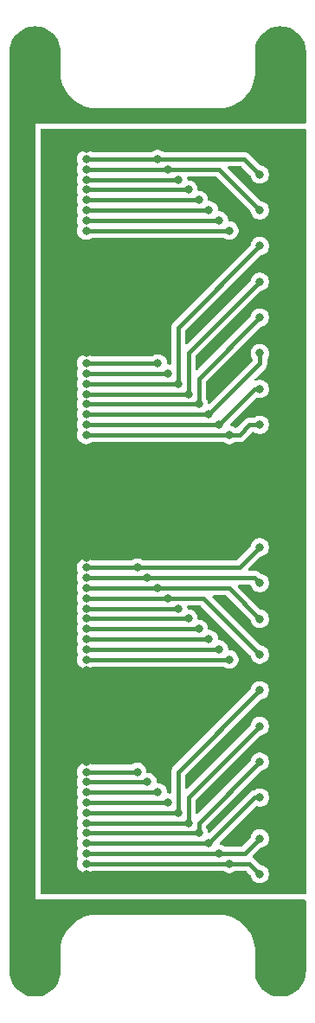
<source format=gbr>
%TF.GenerationSoftware,KiCad,Pcbnew,9.0.6*%
%TF.CreationDate,2025-12-05T20:43:44+03:00*%
%TF.ProjectId,PMLED-18,504d4c45-442d-4313-982e-6b696361645f,rev?*%
%TF.SameCoordinates,Original*%
%TF.FileFunction,Copper,L2,Bot*%
%TF.FilePolarity,Positive*%
%FSLAX46Y46*%
G04 Gerber Fmt 4.6, Leading zero omitted, Abs format (unit mm)*
G04 Created by KiCad (PCBNEW 9.0.6) date 2025-12-05 20:43:44*
%MOMM*%
%LPD*%
G01*
G04 APERTURE LIST*
%TA.AperFunction,ComponentPad*%
%ADD10C,0.700000*%
%TD*%
%TA.AperFunction,ComponentPad*%
%ADD11C,4.400000*%
%TD*%
%TA.AperFunction,ViaPad*%
%ADD12C,0.800000*%
%TD*%
%TA.AperFunction,Conductor*%
%ADD13C,0.400000*%
%TD*%
G04 APERTURE END LIST*
D10*
%TO.P,H5,1,1*%
%TO.N,PE*%
X-13650000Y-45000000D03*
X-13166726Y-43833274D03*
X-13166726Y-46166726D03*
X-12000000Y-43350000D03*
D11*
X-12000000Y-45000000D03*
D10*
X-12000000Y-46650000D03*
X-10833274Y-43833274D03*
X-10833274Y-46166726D03*
X-10350000Y-45000000D03*
%TD*%
%TO.P,H1,1,1*%
%TO.N,PE*%
X-13650000Y45000000D03*
X-13166726Y46166726D03*
X-13166726Y43833274D03*
X-12000000Y46650000D03*
D11*
X-12000000Y45000000D03*
D10*
X-12000000Y43350000D03*
X-10833274Y46166726D03*
X-10833274Y43833274D03*
X-10350000Y45000000D03*
%TD*%
%TO.P,H3,1,1*%
%TO.N,PE*%
X10350000Y-45000000D03*
X10833274Y-43833274D03*
X10833274Y-46166726D03*
X12000000Y-43350000D03*
D11*
X12000000Y-45000000D03*
D10*
X12000000Y-46650000D03*
X13166726Y-43833274D03*
X13166726Y-46166726D03*
X13650000Y-45000000D03*
%TD*%
%TO.P,H2,1,1*%
%TO.N,PE*%
X10350000Y45000000D03*
X10833274Y46166726D03*
X10833274Y43833274D03*
X12000000Y46650000D03*
D11*
X12000000Y45000000D03*
D10*
X12000000Y43350000D03*
X13166726Y46166726D03*
X13166726Y43833274D03*
X13650000Y45000000D03*
%TD*%
D12*
%TO.N,/LEDc.0*%
X9986504Y-32009286D03*
%TO.N,/LEDc.1*%
X9986504Y-35509286D03*
%TO.N,/LEDa.6*%
X9986504Y11990714D03*
%TO.N,/LEDa.1*%
X9986504Y29490714D03*
%TO.N,/LEDa.0*%
X9986504Y32990714D03*
%TO.N,/LEDa.5*%
X9986504Y15490714D03*
%TO.N,/LEDa.7*%
X9986504Y8490714D03*
%TO.N,/LEDa.4*%
X9986504Y18990714D03*
%TO.N,/LEDa.3*%
X9986504Y22490714D03*
%TO.N,/LEDa.2*%
X9986504Y25990714D03*
%TO.N,GND*%
X-7000000Y-24500000D03*
X-7000000Y-4500000D03*
X-7000000Y15500000D03*
X-7000000Y-15500000D03*
X-7000000Y35500000D03*
X-7000000Y24500000D03*
X-7000000Y-35500000D03*
X-7000000Y4500000D03*
%TO.N,/LEDa.2*%
X-7000000Y32500000D03*
X2000000Y32500000D03*
X-7000000Y12500000D03*
X2000000Y12500000D03*
%TO.N,/LEDa.3*%
X-7000000Y11500000D03*
X-7000000Y31500000D03*
X3000000Y31500000D03*
X3000000Y11500000D03*
%TO.N,/LEDa.4*%
X-7000000Y30500000D03*
X-7000000Y10500000D03*
X4000000Y10500000D03*
X4000000Y30500000D03*
%TO.N,/LEDa.7*%
X-7000000Y27500000D03*
X7000000Y7500000D03*
X7000000Y27500000D03*
X-7000000Y7500000D03*
%TO.N,/LEDa.5*%
X5000000Y29500000D03*
X5000000Y9500000D03*
X-7000000Y9500000D03*
X-7000000Y29500000D03*
%TO.N,/LEDa.0*%
X0Y14500000D03*
X-7000000Y14500000D03*
X-7000000Y34500000D03*
X0Y34500000D03*
%TO.N,/LEDa.1*%
X1000000Y13500000D03*
X-7000000Y13500000D03*
X1000000Y33500000D03*
X-7000000Y33500000D03*
%TO.N,/LEDa.6*%
X6000000Y28500000D03*
X-7000000Y8500000D03*
X-7000000Y28500000D03*
X6000000Y8500000D03*
%TO.N,/LEDb.6*%
X4000000Y-31500000D03*
X4000000Y-11500000D03*
X-7000000Y-31500000D03*
X-7000000Y-11500000D03*
X9986504Y-24509286D03*
%TO.N,/LEDc.0*%
X6000000Y-33500000D03*
X6000000Y-13500000D03*
X-7000000Y-33500000D03*
X-7000000Y-13500000D03*
%TO.N,/LEDb.0*%
X-7000000Y-5500000D03*
X-2000000Y-5500000D03*
X-7000000Y-25500000D03*
X9986504Y-3509286D03*
X-2000000Y-25500000D03*
%TO.N,/LEDb.2*%
X-7000000Y-27500000D03*
X0Y-7500000D03*
X-7000000Y-7500000D03*
X0Y-27500000D03*
X9986504Y-10509286D03*
%TO.N,/LEDb.5*%
X-7000000Y-30500000D03*
X3000000Y-10500000D03*
X3000000Y-30500000D03*
X9986504Y-21009286D03*
X-7000000Y-10500000D03*
%TO.N,/LEDb.1*%
X-1000000Y-6500000D03*
X-7000000Y-6500000D03*
X-7000000Y-26500000D03*
X-1000000Y-26500000D03*
X9986504Y-7009286D03*
%TO.N,/LEDc.1*%
X-7000000Y-14500000D03*
X-7000000Y-34500000D03*
X7000000Y-34500000D03*
X7000000Y-14500000D03*
%TO.N,/LEDb.4*%
X-7000000Y-29500000D03*
X2000000Y-9500000D03*
X-7000000Y-9500000D03*
X9986504Y-17509286D03*
X2000000Y-29500000D03*
%TO.N,/LEDb.7*%
X5000000Y-32500000D03*
X9986504Y-28009286D03*
X-7000000Y-32500000D03*
X-7000000Y-12500000D03*
X5000000Y-12500000D03*
%TO.N,/LEDb.3*%
X-7000000Y-28500000D03*
X9986504Y-14009286D03*
X-7000000Y-8500000D03*
X1000000Y-8500000D03*
X1000000Y-28500000D03*
%TD*%
D13*
%TO.N,/LEDc.1*%
X7000000Y-34500000D02*
X8977218Y-34500000D01*
X8977218Y-34500000D02*
X9986504Y-35509286D01*
%TO.N,/LEDc.0*%
X6000000Y-33500000D02*
X8495790Y-33500000D01*
X8495790Y-33500000D02*
X9986504Y-32009286D01*
%TO.N,/LEDb.6*%
X4000000Y-31500000D02*
X4000000Y-30495790D01*
X4000000Y-30495790D02*
X9986504Y-24509286D01*
%TO.N,/LEDb.0*%
X9986504Y-3509286D02*
X7995790Y-5500000D01*
X7995790Y-5500000D02*
X-2000000Y-5500000D01*
%TO.N,/LEDb.1*%
X9986504Y-7009286D02*
X9477218Y-6500000D01*
X9477218Y-6500000D02*
X-1000000Y-6500000D01*
%TO.N,/LEDb.2*%
X9986504Y-10509286D02*
X6977218Y-7500000D01*
X6977218Y-7500000D02*
X0Y-7500000D01*
%TO.N,/LEDb.3*%
X9986504Y-14009286D02*
X4477218Y-8500000D01*
X4477218Y-8500000D02*
X1000000Y-8500000D01*
%TO.N,/LEDb.4*%
X9986504Y-17509286D02*
X2000000Y-25495790D01*
X2000000Y-25495790D02*
X2000000Y-29500000D01*
%TO.N,/LEDb.5*%
X3000000Y-30500000D02*
X3000000Y-27995790D01*
X3000000Y-27995790D02*
X9986504Y-21009286D01*
%TO.N,/LEDb.7*%
X5000000Y-32500000D02*
X9490714Y-28009286D01*
X9490714Y-28009286D02*
X9986504Y-28009286D01*
%TO.N,/LEDa.1*%
X9986504Y29490714D02*
X5977218Y33500000D01*
X5977218Y33500000D02*
X1000000Y33500000D01*
%TO.N,/LEDa.0*%
X9986504Y32990714D02*
X8477218Y34500000D01*
X8477218Y34500000D02*
X0Y34500000D01*
%TO.N,/LEDa.2*%
X9986504Y25990714D02*
X2000000Y18004210D01*
X2000000Y18004210D02*
X2000000Y12500000D01*
%TO.N,/LEDa.3*%
X9986504Y22490714D02*
X3000000Y15504210D01*
X3000000Y15504210D02*
X3000000Y11500000D01*
%TO.N,/LEDa.4*%
X9986504Y18990714D02*
X4000000Y13004210D01*
X4000000Y13004210D02*
X4000000Y10500000D01*
%TO.N,/LEDa.5*%
X9986504Y15490714D02*
X9986504Y14486504D01*
X9986504Y14486504D02*
X5000000Y9500000D01*
%TO.N,/LEDa.6*%
X9986504Y11990714D02*
X9490714Y11990714D01*
X9490714Y11990714D02*
X6000000Y8500000D01*
%TO.N,/LEDa.7*%
X9986504Y8490714D02*
X8990714Y8490714D01*
X8990714Y8490714D02*
X8000000Y7500000D01*
X8000000Y7500000D02*
X7000000Y7500000D01*
X-7000000Y7500000D02*
X7000000Y7500000D01*
%TO.N,/LEDa.6*%
X-7000000Y8500000D02*
X6000000Y8500000D01*
%TO.N,/LEDa.5*%
X-7000000Y9500000D02*
X5000000Y9500000D01*
%TO.N,/LEDa.4*%
X-7000000Y10500000D02*
X4000000Y10500000D01*
%TO.N,/LEDa.3*%
X-7000000Y11500000D02*
X3000000Y11500000D01*
%TO.N,/LEDa.2*%
X-7000000Y12500000D02*
X2000000Y12500000D01*
%TO.N,/LEDa.1*%
X-7000000Y13500000D02*
X1000000Y13500000D01*
%TO.N,/LEDa.0*%
X-7000000Y14500000D02*
X0Y14500000D01*
X-7000000Y34500000D02*
X0Y34500000D01*
%TO.N,/LEDa.1*%
X-7000000Y33500000D02*
X1000000Y33500000D01*
%TO.N,/LEDa.2*%
X-7000000Y32500000D02*
X2000000Y32500000D01*
%TO.N,/LEDa.3*%
X-7000000Y31500000D02*
X3000000Y31500000D01*
%TO.N,/LEDa.4*%
X-7000000Y30500000D02*
X4000000Y30500000D01*
%TO.N,/LEDa.5*%
X-7000000Y29500000D02*
X5000000Y29500000D01*
%TO.N,/LEDa.6*%
X-7000000Y28500000D02*
X6000000Y28500000D01*
%TO.N,/LEDa.7*%
X-7000000Y27500000D02*
X7000000Y27500000D01*
%TO.N,/LEDb.6*%
X4000000Y-11500000D02*
X-7000000Y-11500000D01*
X4000000Y-31500000D02*
X-7000000Y-31500000D01*
%TO.N,/LEDc.0*%
X6000000Y-13500000D02*
X-7000000Y-13500000D01*
X6000000Y-33500000D02*
X-7000000Y-33500000D01*
%TO.N,/LEDb.0*%
X-2000000Y-25500000D02*
X-7000000Y-25500000D01*
X-2000000Y-5500000D02*
X-7000000Y-5500000D01*
%TO.N,/LEDb.2*%
X0Y-7500000D02*
X-7000000Y-7500000D01*
X0Y-27500000D02*
X-7000000Y-27500000D01*
%TO.N,/LEDb.5*%
X3000000Y-10500000D02*
X-7000000Y-10500000D01*
X3000000Y-30500000D02*
X-7000000Y-30500000D01*
%TO.N,/LEDb.1*%
X-1000000Y-6500000D02*
X-7000000Y-6500000D01*
X-1000000Y-26500000D02*
X-7000000Y-26500000D01*
%TO.N,/LEDc.1*%
X7000000Y-34500000D02*
X-7000000Y-34500000D01*
X7000000Y-14500000D02*
X-7000000Y-14500000D01*
%TO.N,/LEDb.4*%
X2000000Y-9500000D02*
X-7000000Y-9500000D01*
X2000000Y-29500000D02*
X-7000000Y-29500000D01*
%TO.N,/LEDb.7*%
X5000000Y-12500000D02*
X-7000000Y-12500000D01*
X5000000Y-32500000D02*
X-7000000Y-32500000D01*
%TO.N,/LEDb.3*%
X1000000Y-28500000D02*
X-7000000Y-28500000D01*
X1000000Y-8500000D02*
X-7000000Y-8500000D01*
%TD*%
%TA.AperFunction,Conductor*%
%TO.N,GND*%
G36*
X14438247Y37474815D02*
G01*
X14484002Y37422011D01*
X14495208Y37370500D01*
X14495208Y-37370500D01*
X14475523Y-37437539D01*
X14422719Y-37483294D01*
X14371208Y-37494500D01*
X-11370500Y-37494500D01*
X-11437539Y-37474815D01*
X-11483294Y-37422011D01*
X-11494500Y-37370500D01*
X-11494500Y-25411304D01*
X-7900500Y-25411304D01*
X-7900500Y-25588695D01*
X-7865897Y-25762658D01*
X-7865894Y-25762667D01*
X-7798017Y-25926540D01*
X-7798010Y-25926553D01*
X-7794963Y-25931113D01*
X-7774088Y-25997792D01*
X-7792575Y-26065171D01*
X-7794963Y-26068887D01*
X-7798010Y-26073446D01*
X-7798017Y-26073459D01*
X-7865894Y-26237332D01*
X-7865897Y-26237341D01*
X-7900500Y-26411304D01*
X-7900500Y-26588695D01*
X-7865897Y-26762658D01*
X-7865894Y-26762667D01*
X-7798017Y-26926540D01*
X-7798010Y-26926553D01*
X-7794963Y-26931113D01*
X-7774088Y-26997792D01*
X-7792575Y-27065171D01*
X-7794963Y-27068887D01*
X-7798010Y-27073446D01*
X-7798017Y-27073459D01*
X-7865894Y-27237332D01*
X-7865897Y-27237341D01*
X-7900500Y-27411304D01*
X-7900500Y-27588695D01*
X-7865897Y-27762658D01*
X-7865894Y-27762667D01*
X-7798017Y-27926540D01*
X-7798010Y-27926553D01*
X-7794963Y-27931113D01*
X-7774088Y-27997792D01*
X-7792575Y-28065171D01*
X-7794963Y-28068887D01*
X-7798010Y-28073446D01*
X-7798017Y-28073459D01*
X-7865894Y-28237332D01*
X-7865897Y-28237341D01*
X-7900500Y-28411304D01*
X-7900500Y-28588695D01*
X-7865897Y-28762658D01*
X-7865894Y-28762667D01*
X-7798017Y-28926540D01*
X-7798010Y-28926553D01*
X-7794963Y-28931113D01*
X-7774088Y-28997792D01*
X-7792575Y-29065171D01*
X-7794963Y-29068887D01*
X-7798010Y-29073446D01*
X-7798017Y-29073459D01*
X-7865894Y-29237332D01*
X-7865897Y-29237341D01*
X-7900500Y-29411304D01*
X-7900500Y-29588695D01*
X-7865897Y-29762658D01*
X-7865894Y-29762667D01*
X-7798017Y-29926540D01*
X-7798010Y-29926553D01*
X-7794963Y-29931113D01*
X-7774088Y-29997792D01*
X-7792575Y-30065171D01*
X-7794963Y-30068887D01*
X-7798010Y-30073446D01*
X-7798017Y-30073459D01*
X-7865894Y-30237332D01*
X-7865897Y-30237341D01*
X-7900500Y-30411304D01*
X-7900500Y-30588695D01*
X-7865897Y-30762658D01*
X-7865894Y-30762667D01*
X-7798017Y-30926540D01*
X-7798010Y-30926553D01*
X-7794963Y-30931113D01*
X-7774088Y-30997792D01*
X-7792575Y-31065171D01*
X-7794963Y-31068887D01*
X-7798010Y-31073446D01*
X-7798017Y-31073459D01*
X-7865894Y-31237332D01*
X-7865897Y-31237341D01*
X-7900500Y-31411304D01*
X-7900500Y-31588695D01*
X-7865897Y-31762658D01*
X-7865894Y-31762667D01*
X-7798017Y-31926540D01*
X-7798010Y-31926553D01*
X-7794963Y-31931113D01*
X-7774088Y-31997792D01*
X-7792575Y-32065171D01*
X-7794963Y-32068887D01*
X-7798010Y-32073446D01*
X-7798017Y-32073459D01*
X-7865894Y-32237332D01*
X-7865897Y-32237341D01*
X-7900500Y-32411304D01*
X-7900500Y-32588695D01*
X-7865897Y-32762658D01*
X-7865894Y-32762667D01*
X-7798017Y-32926540D01*
X-7798010Y-32926553D01*
X-7794963Y-32931113D01*
X-7774088Y-32997792D01*
X-7792575Y-33065171D01*
X-7794963Y-33068887D01*
X-7798010Y-33073446D01*
X-7798017Y-33073459D01*
X-7865894Y-33237332D01*
X-7865897Y-33237341D01*
X-7900500Y-33411304D01*
X-7900500Y-33588695D01*
X-7865897Y-33762658D01*
X-7865894Y-33762667D01*
X-7798017Y-33926540D01*
X-7798010Y-33926553D01*
X-7794963Y-33931113D01*
X-7774088Y-33997792D01*
X-7792575Y-34065171D01*
X-7794963Y-34068887D01*
X-7798010Y-34073446D01*
X-7798017Y-34073459D01*
X-7865894Y-34237332D01*
X-7865897Y-34237341D01*
X-7900500Y-34411304D01*
X-7900500Y-34588695D01*
X-7865897Y-34762658D01*
X-7865894Y-34762667D01*
X-7798017Y-34926540D01*
X-7798010Y-34926553D01*
X-7699465Y-35074034D01*
X-7699462Y-35074038D01*
X-7574039Y-35199461D01*
X-7574035Y-35199464D01*
X-7426554Y-35298009D01*
X-7426541Y-35298016D01*
X-7303637Y-35348923D01*
X-7262666Y-35365894D01*
X-7262664Y-35365894D01*
X-7262659Y-35365896D01*
X-7088696Y-35400499D01*
X-7088693Y-35400500D01*
X-7088691Y-35400500D01*
X-6911307Y-35400500D01*
X-6911306Y-35400499D01*
X-6853318Y-35388964D01*
X-6737342Y-35365896D01*
X-6737339Y-35365894D01*
X-6737334Y-35365894D01*
X-6573453Y-35298013D01*
X-6458791Y-35221397D01*
X-6392114Y-35200520D01*
X-6389900Y-35200500D01*
X6389900Y-35200500D01*
X6456939Y-35220185D01*
X6458788Y-35221396D01*
X6573453Y-35298013D01*
X6737334Y-35365894D01*
X6737336Y-35365894D01*
X6737341Y-35365896D01*
X6911304Y-35400499D01*
X6911307Y-35400500D01*
X6911309Y-35400500D01*
X7088693Y-35400500D01*
X7088694Y-35400499D01*
X7146682Y-35388964D01*
X7262658Y-35365896D01*
X7262661Y-35365894D01*
X7262666Y-35365894D01*
X7426547Y-35298013D01*
X7541209Y-35221397D01*
X7607886Y-35200520D01*
X7610100Y-35200500D01*
X8635699Y-35200500D01*
X8702738Y-35220185D01*
X8723380Y-35236819D01*
X9059770Y-35573209D01*
X9093255Y-35634532D01*
X9093706Y-35636699D01*
X9120607Y-35771944D01*
X9120610Y-35771953D01*
X9188487Y-35935826D01*
X9188494Y-35935839D01*
X9287039Y-36083320D01*
X9287042Y-36083324D01*
X9412465Y-36208747D01*
X9412469Y-36208750D01*
X9559950Y-36307295D01*
X9559963Y-36307302D01*
X9682867Y-36358209D01*
X9723838Y-36375180D01*
X9723840Y-36375180D01*
X9723845Y-36375182D01*
X9897808Y-36409785D01*
X9897811Y-36409786D01*
X9897813Y-36409786D01*
X10075197Y-36409786D01*
X10075198Y-36409785D01*
X10133186Y-36398250D01*
X10249162Y-36375182D01*
X10249165Y-36375180D01*
X10249170Y-36375180D01*
X10413051Y-36307299D01*
X10560539Y-36208750D01*
X10685968Y-36083321D01*
X10784517Y-35935833D01*
X10852398Y-35771952D01*
X10887004Y-35597977D01*
X10887004Y-35420595D01*
X10887004Y-35420592D01*
X10887003Y-35420590D01*
X10852400Y-35246627D01*
X10852397Y-35246618D01*
X10784520Y-35082745D01*
X10784513Y-35082732D01*
X10685968Y-34935251D01*
X10685965Y-34935247D01*
X10560542Y-34809824D01*
X10560538Y-34809821D01*
X10413057Y-34711276D01*
X10413044Y-34711269D01*
X10249171Y-34643392D01*
X10249162Y-34643389D01*
X10113917Y-34616488D01*
X10052006Y-34584103D01*
X10050427Y-34582552D01*
X9423764Y-33955888D01*
X9423763Y-33955887D01*
X9379841Y-33926540D01*
X9313682Y-33882334D01*
X9268878Y-33828724D01*
X9260171Y-33759399D01*
X9290325Y-33696371D01*
X9294874Y-33691571D01*
X10050429Y-32936016D01*
X10111750Y-32902533D01*
X10113741Y-32902117D01*
X10249170Y-32875180D01*
X10413051Y-32807299D01*
X10560539Y-32708750D01*
X10685968Y-32583321D01*
X10784517Y-32435833D01*
X10852398Y-32271952D01*
X10859285Y-32237332D01*
X10887003Y-32097981D01*
X10887004Y-32097979D01*
X10887004Y-31920592D01*
X10887003Y-31920590D01*
X10852400Y-31746627D01*
X10852397Y-31746618D01*
X10784520Y-31582745D01*
X10784513Y-31582732D01*
X10685968Y-31435251D01*
X10685965Y-31435247D01*
X10560542Y-31309824D01*
X10560538Y-31309821D01*
X10413057Y-31211276D01*
X10413044Y-31211269D01*
X10249171Y-31143392D01*
X10249162Y-31143389D01*
X10075198Y-31108786D01*
X10075195Y-31108786D01*
X9897813Y-31108786D01*
X9897810Y-31108786D01*
X9723845Y-31143389D01*
X9723836Y-31143392D01*
X9559963Y-31211269D01*
X9559950Y-31211276D01*
X9412469Y-31309821D01*
X9412465Y-31309824D01*
X9287042Y-31435247D01*
X9287039Y-31435251D01*
X9188494Y-31582732D01*
X9188487Y-31582745D01*
X9120610Y-31746618D01*
X9120608Y-31746626D01*
X9093706Y-31881872D01*
X9061321Y-31943782D01*
X9059770Y-31945361D01*
X8241952Y-32763181D01*
X8180629Y-32796666D01*
X8154271Y-32799500D01*
X6610100Y-32799500D01*
X6543061Y-32779815D01*
X6541209Y-32778602D01*
X6426549Y-32701988D01*
X6426547Y-32701987D01*
X6262667Y-32634106D01*
X6262659Y-32634104D01*
X6151458Y-32611984D01*
X6089547Y-32579599D01*
X6054973Y-32518883D01*
X6058714Y-32449113D01*
X6087967Y-32402688D01*
X9588630Y-28902025D01*
X9649951Y-28868542D01*
X9719643Y-28873526D01*
X9723693Y-28875119D01*
X9723838Y-28875180D01*
X9723847Y-28875181D01*
X9723848Y-28875182D01*
X9897808Y-28909785D01*
X9897811Y-28909786D01*
X9897813Y-28909786D01*
X10075197Y-28909786D01*
X10075198Y-28909785D01*
X10133186Y-28898250D01*
X10249162Y-28875182D01*
X10249165Y-28875180D01*
X10249170Y-28875180D01*
X10413051Y-28807299D01*
X10560539Y-28708750D01*
X10685968Y-28583321D01*
X10784517Y-28435833D01*
X10852398Y-28271952D01*
X10859285Y-28237332D01*
X10887003Y-28097981D01*
X10887004Y-28097979D01*
X10887004Y-27920592D01*
X10887003Y-27920590D01*
X10852400Y-27746627D01*
X10852397Y-27746618D01*
X10784520Y-27582745D01*
X10784513Y-27582732D01*
X10685968Y-27435251D01*
X10685965Y-27435247D01*
X10560542Y-27309824D01*
X10560538Y-27309821D01*
X10413057Y-27211276D01*
X10413044Y-27211269D01*
X10249171Y-27143392D01*
X10249162Y-27143389D01*
X10075198Y-27108786D01*
X10075195Y-27108786D01*
X9897813Y-27108786D01*
X9897810Y-27108786D01*
X9723845Y-27143389D01*
X9723836Y-27143392D01*
X9559963Y-27211269D01*
X9559950Y-27211276D01*
X9431265Y-27297262D01*
X9386567Y-27315777D01*
X9286389Y-27335704D01*
X9286383Y-27335706D01*
X9158906Y-27388508D01*
X9044168Y-27465173D01*
X5097312Y-31412029D01*
X5035989Y-31445514D01*
X4966297Y-31440530D01*
X4910364Y-31398658D01*
X4888014Y-31348539D01*
X4880313Y-31309822D01*
X4865894Y-31237334D01*
X4798013Y-31073453D01*
X4798011Y-31073451D01*
X4798011Y-31073449D01*
X4721398Y-30958790D01*
X4715747Y-30940743D01*
X4705523Y-30924834D01*
X4701071Y-30893872D01*
X4700520Y-30892112D01*
X4700500Y-30889899D01*
X4700500Y-30837308D01*
X4720185Y-30770269D01*
X4736814Y-30749632D01*
X10050429Y-25436016D01*
X10111750Y-25402533D01*
X10113741Y-25402117D01*
X10249170Y-25375180D01*
X10413051Y-25307299D01*
X10560539Y-25208750D01*
X10685968Y-25083321D01*
X10784517Y-24935833D01*
X10852398Y-24771952D01*
X10866315Y-24701990D01*
X10887003Y-24597981D01*
X10887004Y-24597979D01*
X10887004Y-24420592D01*
X10887003Y-24420590D01*
X10852400Y-24246627D01*
X10852397Y-24246618D01*
X10784520Y-24082745D01*
X10784513Y-24082732D01*
X10685968Y-23935251D01*
X10685965Y-23935247D01*
X10560542Y-23809824D01*
X10560538Y-23809821D01*
X10413057Y-23711276D01*
X10413044Y-23711269D01*
X10249171Y-23643392D01*
X10249162Y-23643389D01*
X10075198Y-23608786D01*
X10075195Y-23608786D01*
X9897813Y-23608786D01*
X9897810Y-23608786D01*
X9723845Y-23643389D01*
X9723836Y-23643392D01*
X9559963Y-23711269D01*
X9559950Y-23711276D01*
X9412469Y-23809821D01*
X9412465Y-23809824D01*
X9287042Y-23935247D01*
X9287039Y-23935251D01*
X9188494Y-24082732D01*
X9188487Y-24082745D01*
X9120610Y-24246618D01*
X9120608Y-24246626D01*
X9093706Y-24381872D01*
X9061321Y-24443782D01*
X9059770Y-24445361D01*
X3912181Y-29592951D01*
X3850858Y-29626436D01*
X3781166Y-29621452D01*
X3725233Y-29579580D01*
X3700816Y-29514116D01*
X3700500Y-29505270D01*
X3700500Y-28337308D01*
X3720185Y-28270269D01*
X3736814Y-28249632D01*
X10050429Y-21936016D01*
X10111750Y-21902533D01*
X10113741Y-21902117D01*
X10249170Y-21875180D01*
X10413051Y-21807299D01*
X10560539Y-21708750D01*
X10685968Y-21583321D01*
X10784517Y-21435833D01*
X10852398Y-21271952D01*
X10887004Y-21097977D01*
X10887004Y-20920595D01*
X10887004Y-20920592D01*
X10887003Y-20920590D01*
X10852400Y-20746627D01*
X10852397Y-20746618D01*
X10784520Y-20582745D01*
X10784513Y-20582732D01*
X10685968Y-20435251D01*
X10685965Y-20435247D01*
X10560542Y-20309824D01*
X10560538Y-20309821D01*
X10413057Y-20211276D01*
X10413044Y-20211269D01*
X10249171Y-20143392D01*
X10249162Y-20143389D01*
X10075198Y-20108786D01*
X10075195Y-20108786D01*
X9897813Y-20108786D01*
X9897810Y-20108786D01*
X9723845Y-20143389D01*
X9723836Y-20143392D01*
X9559963Y-20211269D01*
X9559950Y-20211276D01*
X9412469Y-20309821D01*
X9412465Y-20309824D01*
X9287042Y-20435247D01*
X9287039Y-20435251D01*
X9188494Y-20582732D01*
X9188487Y-20582745D01*
X9120610Y-20746618D01*
X9120608Y-20746626D01*
X9093706Y-20881872D01*
X9061321Y-20943782D01*
X9059770Y-20945361D01*
X2912181Y-27092951D01*
X2850858Y-27126436D01*
X2781166Y-27121452D01*
X2725233Y-27079580D01*
X2700816Y-27014116D01*
X2700500Y-27005270D01*
X2700500Y-25837308D01*
X2720185Y-25770269D01*
X2736814Y-25749632D01*
X10050429Y-18436016D01*
X10111750Y-18402533D01*
X10113741Y-18402117D01*
X10249170Y-18375180D01*
X10413051Y-18307299D01*
X10560539Y-18208750D01*
X10685968Y-18083321D01*
X10784517Y-17935833D01*
X10852398Y-17771952D01*
X10887004Y-17597977D01*
X10887004Y-17420595D01*
X10887004Y-17420592D01*
X10887003Y-17420590D01*
X10852400Y-17246627D01*
X10852397Y-17246618D01*
X10784520Y-17082745D01*
X10784513Y-17082732D01*
X10685968Y-16935251D01*
X10685965Y-16935247D01*
X10560542Y-16809824D01*
X10560538Y-16809821D01*
X10413057Y-16711276D01*
X10413044Y-16711269D01*
X10249171Y-16643392D01*
X10249162Y-16643389D01*
X10075198Y-16608786D01*
X10075195Y-16608786D01*
X9897813Y-16608786D01*
X9897810Y-16608786D01*
X9723845Y-16643389D01*
X9723836Y-16643392D01*
X9559963Y-16711269D01*
X9559950Y-16711276D01*
X9412469Y-16809821D01*
X9412465Y-16809824D01*
X9287042Y-16935247D01*
X9287039Y-16935251D01*
X9188494Y-17082732D01*
X9188487Y-17082745D01*
X9120610Y-17246618D01*
X9120608Y-17246626D01*
X9093706Y-17381872D01*
X9061321Y-17443782D01*
X9059770Y-17445361D01*
X1455890Y-25049241D01*
X1455884Y-25049248D01*
X1433119Y-25083320D01*
X1433119Y-25083321D01*
X1379228Y-25163973D01*
X1379221Y-25163985D01*
X1326421Y-25291457D01*
X1326418Y-25291467D01*
X1299500Y-25426794D01*
X1299500Y-27490338D01*
X1295247Y-27504821D01*
X1295924Y-27519903D01*
X1285602Y-27537667D01*
X1279815Y-27557377D01*
X1268408Y-27567261D01*
X1260823Y-27580316D01*
X1242534Y-27589680D01*
X1227011Y-27603132D01*
X1211075Y-27605789D01*
X1198632Y-27612161D01*
X1173522Y-27612051D01*
X1163374Y-27613744D01*
X1157298Y-27613147D01*
X1088691Y-27599500D01*
X1018419Y-27599500D01*
X1012374Y-27598906D01*
X985381Y-27588013D01*
X957461Y-27579815D01*
X953372Y-27575096D01*
X947580Y-27572759D01*
X930760Y-27549000D01*
X911706Y-27527011D01*
X910159Y-27519901D01*
X907209Y-27515734D01*
X906677Y-27503897D01*
X900500Y-27475500D01*
X900500Y-27411306D01*
X900499Y-27411304D01*
X865896Y-27237341D01*
X865893Y-27237332D01*
X855100Y-27211276D01*
X848923Y-27196363D01*
X798016Y-27073459D01*
X798009Y-27073446D01*
X699464Y-26925965D01*
X699461Y-26925961D01*
X574038Y-26800538D01*
X574034Y-26800535D01*
X426553Y-26701990D01*
X426540Y-26701983D01*
X262667Y-26634106D01*
X262658Y-26634103D01*
X88694Y-26599500D01*
X88691Y-26599500D01*
X24500Y-26599500D01*
X-42539Y-26579815D01*
X-88294Y-26527011D01*
X-99500Y-26475500D01*
X-99500Y-26411306D01*
X-99501Y-26411304D01*
X-134104Y-26237341D01*
X-134107Y-26237332D01*
X-201984Y-26073459D01*
X-201991Y-26073446D01*
X-300536Y-25925965D01*
X-300539Y-25925961D01*
X-425962Y-25800538D01*
X-425966Y-25800535D01*
X-573447Y-25701990D01*
X-573460Y-25701983D01*
X-737333Y-25634106D01*
X-737342Y-25634103D01*
X-911306Y-25599500D01*
X-911309Y-25599500D01*
X-975500Y-25599500D01*
X-1042539Y-25579815D01*
X-1088294Y-25527011D01*
X-1099500Y-25475500D01*
X-1099500Y-25411306D01*
X-1099501Y-25411304D01*
X-1134104Y-25237341D01*
X-1134107Y-25237332D01*
X-1201984Y-25073459D01*
X-1201991Y-25073446D01*
X-1300536Y-24925965D01*
X-1300539Y-24925961D01*
X-1425962Y-24800538D01*
X-1425966Y-24800535D01*
X-1573447Y-24701990D01*
X-1573460Y-24701983D01*
X-1737333Y-24634106D01*
X-1737342Y-24634103D01*
X-1911306Y-24599500D01*
X-1911309Y-24599500D01*
X-2088691Y-24599500D01*
X-2088694Y-24599500D01*
X-2262659Y-24634103D01*
X-2262668Y-24634106D01*
X-2426548Y-24701987D01*
X-2426550Y-24701988D01*
X-2541209Y-24778602D01*
X-2607886Y-24799480D01*
X-2610100Y-24799500D01*
X-6389900Y-24799500D01*
X-6456939Y-24779815D01*
X-6458791Y-24778602D01*
X-6573451Y-24701988D01*
X-6573453Y-24701987D01*
X-6737333Y-24634106D01*
X-6737342Y-24634103D01*
X-6911306Y-24599500D01*
X-6911309Y-24599500D01*
X-7088691Y-24599500D01*
X-7088694Y-24599500D01*
X-7262659Y-24634103D01*
X-7262668Y-24634106D01*
X-7426541Y-24701983D01*
X-7426554Y-24701990D01*
X-7574035Y-24800535D01*
X-7574039Y-24800538D01*
X-7699462Y-24925961D01*
X-7699465Y-24925965D01*
X-7798010Y-25073446D01*
X-7798017Y-25073459D01*
X-7865894Y-25237332D01*
X-7865897Y-25237341D01*
X-7900500Y-25411304D01*
X-11494500Y-25411304D01*
X-11494500Y-5411304D01*
X-7900500Y-5411304D01*
X-7900500Y-5588695D01*
X-7865897Y-5762658D01*
X-7865894Y-5762667D01*
X-7798017Y-5926540D01*
X-7798010Y-5926553D01*
X-7794963Y-5931113D01*
X-7774088Y-5997792D01*
X-7792575Y-6065171D01*
X-7794963Y-6068887D01*
X-7798010Y-6073446D01*
X-7798017Y-6073459D01*
X-7865894Y-6237332D01*
X-7865897Y-6237341D01*
X-7900500Y-6411304D01*
X-7900500Y-6588695D01*
X-7865897Y-6762658D01*
X-7865894Y-6762667D01*
X-7798017Y-6926540D01*
X-7798010Y-6926553D01*
X-7794963Y-6931113D01*
X-7774088Y-6997792D01*
X-7792575Y-7065171D01*
X-7794963Y-7068887D01*
X-7798010Y-7073446D01*
X-7798017Y-7073459D01*
X-7865894Y-7237332D01*
X-7865897Y-7237341D01*
X-7900500Y-7411304D01*
X-7900500Y-7588695D01*
X-7865897Y-7762658D01*
X-7865894Y-7762667D01*
X-7798017Y-7926540D01*
X-7798010Y-7926553D01*
X-7794963Y-7931113D01*
X-7774088Y-7997792D01*
X-7792575Y-8065171D01*
X-7794963Y-8068887D01*
X-7798010Y-8073446D01*
X-7798017Y-8073459D01*
X-7865894Y-8237332D01*
X-7865897Y-8237341D01*
X-7900500Y-8411304D01*
X-7900500Y-8588695D01*
X-7865897Y-8762658D01*
X-7865894Y-8762667D01*
X-7798017Y-8926540D01*
X-7798010Y-8926553D01*
X-7794963Y-8931113D01*
X-7774088Y-8997792D01*
X-7792575Y-9065171D01*
X-7794963Y-9068887D01*
X-7798010Y-9073446D01*
X-7798017Y-9073459D01*
X-7865894Y-9237332D01*
X-7865897Y-9237341D01*
X-7900500Y-9411304D01*
X-7900500Y-9588695D01*
X-7865897Y-9762658D01*
X-7865894Y-9762667D01*
X-7798017Y-9926540D01*
X-7798010Y-9926553D01*
X-7794963Y-9931113D01*
X-7774088Y-9997792D01*
X-7792575Y-10065171D01*
X-7794963Y-10068887D01*
X-7798010Y-10073446D01*
X-7798017Y-10073459D01*
X-7865894Y-10237332D01*
X-7865897Y-10237341D01*
X-7900500Y-10411304D01*
X-7900500Y-10588695D01*
X-7865897Y-10762658D01*
X-7865894Y-10762667D01*
X-7798017Y-10926540D01*
X-7798010Y-10926553D01*
X-7794963Y-10931113D01*
X-7774088Y-10997792D01*
X-7792575Y-11065171D01*
X-7794963Y-11068887D01*
X-7798010Y-11073446D01*
X-7798017Y-11073459D01*
X-7865894Y-11237332D01*
X-7865897Y-11237341D01*
X-7900500Y-11411304D01*
X-7900500Y-11588695D01*
X-7865897Y-11762658D01*
X-7865894Y-11762667D01*
X-7798017Y-11926540D01*
X-7798010Y-11926553D01*
X-7794963Y-11931113D01*
X-7774088Y-11997792D01*
X-7792575Y-12065171D01*
X-7794963Y-12068887D01*
X-7798010Y-12073446D01*
X-7798017Y-12073459D01*
X-7865894Y-12237332D01*
X-7865897Y-12237341D01*
X-7900500Y-12411304D01*
X-7900500Y-12588695D01*
X-7865897Y-12762658D01*
X-7865894Y-12762667D01*
X-7798017Y-12926540D01*
X-7798010Y-12926553D01*
X-7794963Y-12931113D01*
X-7774088Y-12997792D01*
X-7792575Y-13065171D01*
X-7794963Y-13068887D01*
X-7798010Y-13073446D01*
X-7798017Y-13073459D01*
X-7865894Y-13237332D01*
X-7865897Y-13237341D01*
X-7900500Y-13411304D01*
X-7900500Y-13588695D01*
X-7865897Y-13762658D01*
X-7865894Y-13762667D01*
X-7798017Y-13926540D01*
X-7798010Y-13926553D01*
X-7794963Y-13931113D01*
X-7774088Y-13997792D01*
X-7792575Y-14065171D01*
X-7794963Y-14068887D01*
X-7798010Y-14073446D01*
X-7798017Y-14073459D01*
X-7865894Y-14237332D01*
X-7865897Y-14237341D01*
X-7900500Y-14411304D01*
X-7900500Y-14588695D01*
X-7865897Y-14762658D01*
X-7865894Y-14762667D01*
X-7798017Y-14926540D01*
X-7798010Y-14926553D01*
X-7699465Y-15074034D01*
X-7699462Y-15074038D01*
X-7574039Y-15199461D01*
X-7574035Y-15199464D01*
X-7426554Y-15298009D01*
X-7426541Y-15298016D01*
X-7303637Y-15348923D01*
X-7262666Y-15365894D01*
X-7262664Y-15365894D01*
X-7262659Y-15365896D01*
X-7088696Y-15400499D01*
X-7088693Y-15400500D01*
X-7088691Y-15400500D01*
X-6911307Y-15400500D01*
X-6911306Y-15400499D01*
X-6853318Y-15388964D01*
X-6737342Y-15365896D01*
X-6737339Y-15365894D01*
X-6737334Y-15365894D01*
X-6573453Y-15298013D01*
X-6458791Y-15221397D01*
X-6392114Y-15200520D01*
X-6389900Y-15200500D01*
X6389900Y-15200500D01*
X6456939Y-15220185D01*
X6458788Y-15221396D01*
X6573453Y-15298013D01*
X6737334Y-15365894D01*
X6737336Y-15365894D01*
X6737341Y-15365896D01*
X6911304Y-15400499D01*
X6911307Y-15400500D01*
X6911309Y-15400500D01*
X7088693Y-15400500D01*
X7088694Y-15400499D01*
X7146682Y-15388964D01*
X7262658Y-15365896D01*
X7262661Y-15365894D01*
X7262666Y-15365894D01*
X7426547Y-15298013D01*
X7574035Y-15199464D01*
X7699464Y-15074035D01*
X7798013Y-14926547D01*
X7865894Y-14762666D01*
X7900500Y-14588691D01*
X7900500Y-14411309D01*
X7900500Y-14411306D01*
X7900499Y-14411304D01*
X7865896Y-14237341D01*
X7865893Y-14237332D01*
X7798016Y-14073459D01*
X7798009Y-14073446D01*
X7699464Y-13925965D01*
X7699461Y-13925961D01*
X7574038Y-13800538D01*
X7574034Y-13800535D01*
X7426553Y-13701990D01*
X7426540Y-13701983D01*
X7262667Y-13634106D01*
X7262658Y-13634103D01*
X7088694Y-13599500D01*
X7088691Y-13599500D01*
X7024500Y-13599500D01*
X6957461Y-13579815D01*
X6911706Y-13527011D01*
X6900500Y-13475500D01*
X6900500Y-13411306D01*
X6900499Y-13411304D01*
X6865896Y-13237341D01*
X6865893Y-13237332D01*
X6855100Y-13211276D01*
X6848923Y-13196363D01*
X6798016Y-13073459D01*
X6798009Y-13073446D01*
X6699464Y-12925965D01*
X6699461Y-12925961D01*
X6574038Y-12800538D01*
X6574034Y-12800535D01*
X6426553Y-12701990D01*
X6426540Y-12701983D01*
X6262667Y-12634106D01*
X6262658Y-12634103D01*
X6088694Y-12599500D01*
X6088691Y-12599500D01*
X6024500Y-12599500D01*
X5957461Y-12579815D01*
X5911706Y-12527011D01*
X5900500Y-12475500D01*
X5900500Y-12411306D01*
X5900499Y-12411304D01*
X5865896Y-12237341D01*
X5865893Y-12237332D01*
X5798016Y-12073459D01*
X5798009Y-12073446D01*
X5699464Y-11925965D01*
X5699461Y-11925961D01*
X5574038Y-11800538D01*
X5574034Y-11800535D01*
X5426553Y-11701990D01*
X5426540Y-11701983D01*
X5262667Y-11634106D01*
X5262658Y-11634103D01*
X5088694Y-11599500D01*
X5088691Y-11599500D01*
X5024500Y-11599500D01*
X4957461Y-11579815D01*
X4911706Y-11527011D01*
X4900500Y-11475500D01*
X4900500Y-11411306D01*
X4900499Y-11411304D01*
X4865896Y-11237341D01*
X4865893Y-11237332D01*
X4798016Y-11073459D01*
X4798009Y-11073446D01*
X4699464Y-10925965D01*
X4699461Y-10925961D01*
X4574038Y-10800538D01*
X4574034Y-10800535D01*
X4426553Y-10701990D01*
X4426540Y-10701983D01*
X4262667Y-10634106D01*
X4262658Y-10634103D01*
X4088694Y-10599500D01*
X4088691Y-10599500D01*
X4024500Y-10599500D01*
X3957461Y-10579815D01*
X3911706Y-10527011D01*
X3900500Y-10475500D01*
X3900500Y-10411306D01*
X3900499Y-10411304D01*
X3865896Y-10237341D01*
X3865893Y-10237332D01*
X3798016Y-10073459D01*
X3798009Y-10073446D01*
X3699464Y-9925965D01*
X3699461Y-9925961D01*
X3574038Y-9800538D01*
X3574034Y-9800535D01*
X3426553Y-9701990D01*
X3426540Y-9701983D01*
X3262667Y-9634106D01*
X3262658Y-9634103D01*
X3088694Y-9599500D01*
X3088691Y-9599500D01*
X3024500Y-9599500D01*
X3021736Y-9598688D01*
X3018941Y-9599375D01*
X2988417Y-9588904D01*
X2957461Y-9579815D01*
X2955576Y-9577639D01*
X2952851Y-9576705D01*
X2932826Y-9551385D01*
X2911706Y-9527011D01*
X2910753Y-9523475D01*
X2909510Y-9521903D01*
X2907395Y-9511013D01*
X2901094Y-9487626D01*
X2900500Y-9481581D01*
X2900500Y-9411309D01*
X2886852Y-9342701D01*
X2886256Y-9336626D01*
X2891680Y-9308058D01*
X2894272Y-9279100D01*
X2898120Y-9274145D01*
X2899291Y-9267983D01*
X2919297Y-9246884D01*
X2937135Y-9223923D01*
X2943050Y-9221836D01*
X2947367Y-9217284D01*
X2975606Y-9210350D01*
X3003025Y-9200678D01*
X3009662Y-9200500D01*
X4135699Y-9200500D01*
X4202738Y-9220185D01*
X4223380Y-9236819D01*
X9059770Y-14073209D01*
X9093255Y-14134532D01*
X9093706Y-14136699D01*
X9120607Y-14271944D01*
X9120610Y-14271953D01*
X9188487Y-14435826D01*
X9188494Y-14435839D01*
X9287039Y-14583320D01*
X9287042Y-14583324D01*
X9412465Y-14708747D01*
X9412469Y-14708750D01*
X9559950Y-14807295D01*
X9559963Y-14807302D01*
X9682867Y-14858209D01*
X9723838Y-14875180D01*
X9723840Y-14875180D01*
X9723845Y-14875182D01*
X9897808Y-14909785D01*
X9897811Y-14909786D01*
X9897813Y-14909786D01*
X10075197Y-14909786D01*
X10075198Y-14909785D01*
X10133186Y-14898250D01*
X10249162Y-14875182D01*
X10249165Y-14875180D01*
X10249170Y-14875180D01*
X10413051Y-14807299D01*
X10560539Y-14708750D01*
X10685968Y-14583321D01*
X10784517Y-14435833D01*
X10852398Y-14271952D01*
X10859285Y-14237332D01*
X10887003Y-14097981D01*
X10887004Y-14097979D01*
X10887004Y-13920592D01*
X10887003Y-13920590D01*
X10852400Y-13746627D01*
X10852397Y-13746618D01*
X10784520Y-13582745D01*
X10784513Y-13582732D01*
X10685968Y-13435251D01*
X10685965Y-13435247D01*
X10560542Y-13309824D01*
X10560538Y-13309821D01*
X10413057Y-13211276D01*
X10413044Y-13211269D01*
X10249171Y-13143392D01*
X10249162Y-13143389D01*
X10113917Y-13116488D01*
X10052006Y-13084103D01*
X10050427Y-13082552D01*
X5380056Y-8412181D01*
X5346571Y-8350858D01*
X5351555Y-8281166D01*
X5393427Y-8225233D01*
X5458891Y-8200816D01*
X5467737Y-8200500D01*
X6635699Y-8200500D01*
X6702738Y-8220185D01*
X6723380Y-8236819D01*
X9059770Y-10573209D01*
X9093255Y-10634532D01*
X9093706Y-10636699D01*
X9120607Y-10771944D01*
X9120610Y-10771953D01*
X9188487Y-10935826D01*
X9188494Y-10935839D01*
X9287039Y-11083320D01*
X9287042Y-11083324D01*
X9412465Y-11208747D01*
X9412469Y-11208750D01*
X9559950Y-11307295D01*
X9559963Y-11307302D01*
X9682867Y-11358209D01*
X9723838Y-11375180D01*
X9723840Y-11375180D01*
X9723845Y-11375182D01*
X9897808Y-11409785D01*
X9897811Y-11409786D01*
X9897813Y-11409786D01*
X10075197Y-11409786D01*
X10075198Y-11409785D01*
X10133186Y-11398250D01*
X10249162Y-11375182D01*
X10249165Y-11375180D01*
X10249170Y-11375180D01*
X10413051Y-11307299D01*
X10560539Y-11208750D01*
X10685968Y-11083321D01*
X10784517Y-10935833D01*
X10852398Y-10771952D01*
X10866315Y-10701990D01*
X10887003Y-10597981D01*
X10887004Y-10597979D01*
X10887004Y-10420592D01*
X10887003Y-10420590D01*
X10852400Y-10246627D01*
X10852397Y-10246618D01*
X10848554Y-10237341D01*
X10835427Y-10205649D01*
X10784520Y-10082745D01*
X10784513Y-10082732D01*
X10685968Y-9935251D01*
X10685965Y-9935247D01*
X10560542Y-9809824D01*
X10560538Y-9809821D01*
X10413057Y-9711276D01*
X10413044Y-9711269D01*
X10249171Y-9643392D01*
X10249162Y-9643389D01*
X10113917Y-9616488D01*
X10052006Y-9584103D01*
X10050427Y-9582552D01*
X7880056Y-7412181D01*
X7846571Y-7350858D01*
X7851555Y-7281166D01*
X7893427Y-7225233D01*
X7958891Y-7200816D01*
X7967737Y-7200500D01*
X9008160Y-7200500D01*
X9075199Y-7220185D01*
X9120954Y-7272989D01*
X9122721Y-7277048D01*
X9188487Y-7435827D01*
X9188494Y-7435839D01*
X9287039Y-7583320D01*
X9287042Y-7583324D01*
X9412465Y-7708747D01*
X9412469Y-7708750D01*
X9559950Y-7807295D01*
X9559963Y-7807302D01*
X9682867Y-7858209D01*
X9723838Y-7875180D01*
X9723840Y-7875180D01*
X9723845Y-7875182D01*
X9897808Y-7909785D01*
X9897811Y-7909786D01*
X9897813Y-7909786D01*
X10075197Y-7909786D01*
X10075198Y-7909785D01*
X10133186Y-7898250D01*
X10249162Y-7875182D01*
X10249165Y-7875180D01*
X10249170Y-7875180D01*
X10413051Y-7807299D01*
X10560539Y-7708750D01*
X10685968Y-7583321D01*
X10784517Y-7435833D01*
X10852398Y-7271952D01*
X10859285Y-7237332D01*
X10887003Y-7097981D01*
X10887004Y-7097979D01*
X10887004Y-6920592D01*
X10887003Y-6920590D01*
X10852400Y-6746627D01*
X10852397Y-6746618D01*
X10784520Y-6582745D01*
X10784513Y-6582732D01*
X10685968Y-6435251D01*
X10685965Y-6435247D01*
X10560542Y-6309824D01*
X10560538Y-6309821D01*
X10413057Y-6211276D01*
X10413044Y-6211269D01*
X10249171Y-6143392D01*
X10249162Y-6143389D01*
X10113917Y-6116488D01*
X10052006Y-6084103D01*
X10050480Y-6082605D01*
X9923761Y-5955886D01*
X9809025Y-5879222D01*
X9681550Y-5826421D01*
X9681540Y-5826418D01*
X9546214Y-5799500D01*
X9546212Y-5799500D01*
X9546211Y-5799500D01*
X8986309Y-5799500D01*
X8919270Y-5779815D01*
X8873515Y-5727011D01*
X8863571Y-5657853D01*
X8892596Y-5594297D01*
X8898628Y-5587819D01*
X9075143Y-5411304D01*
X10050429Y-4436016D01*
X10111750Y-4402533D01*
X10113741Y-4402117D01*
X10249170Y-4375180D01*
X10413051Y-4307299D01*
X10560539Y-4208750D01*
X10685968Y-4083321D01*
X10784517Y-3935833D01*
X10852398Y-3771952D01*
X10887004Y-3597977D01*
X10887004Y-3420595D01*
X10887004Y-3420592D01*
X10887003Y-3420590D01*
X10852400Y-3246627D01*
X10852397Y-3246618D01*
X10784520Y-3082745D01*
X10784513Y-3082732D01*
X10685968Y-2935251D01*
X10685965Y-2935247D01*
X10560542Y-2809824D01*
X10560538Y-2809821D01*
X10413057Y-2711276D01*
X10413044Y-2711269D01*
X10249171Y-2643392D01*
X10249162Y-2643389D01*
X10075198Y-2608786D01*
X10075195Y-2608786D01*
X9897813Y-2608786D01*
X9897810Y-2608786D01*
X9723845Y-2643389D01*
X9723836Y-2643392D01*
X9559963Y-2711269D01*
X9559950Y-2711276D01*
X9412469Y-2809821D01*
X9412465Y-2809824D01*
X9287042Y-2935247D01*
X9287039Y-2935251D01*
X9188494Y-3082732D01*
X9188487Y-3082745D01*
X9120610Y-3246618D01*
X9120608Y-3246626D01*
X9093706Y-3381872D01*
X9061321Y-3443782D01*
X9059770Y-3445361D01*
X7741952Y-4763181D01*
X7680629Y-4796666D01*
X7654271Y-4799500D01*
X-1389900Y-4799500D01*
X-1456939Y-4779815D01*
X-1458791Y-4778602D01*
X-1573451Y-4701988D01*
X-1573453Y-4701987D01*
X-1737333Y-4634106D01*
X-1737342Y-4634103D01*
X-1911306Y-4599500D01*
X-1911309Y-4599500D01*
X-2088691Y-4599500D01*
X-2088694Y-4599500D01*
X-2262659Y-4634103D01*
X-2262668Y-4634106D01*
X-2426548Y-4701987D01*
X-2426550Y-4701988D01*
X-2541209Y-4778602D01*
X-2607886Y-4799480D01*
X-2610100Y-4799500D01*
X-6389900Y-4799500D01*
X-6456939Y-4779815D01*
X-6458791Y-4778602D01*
X-6573451Y-4701988D01*
X-6573453Y-4701987D01*
X-6737333Y-4634106D01*
X-6737342Y-4634103D01*
X-6911306Y-4599500D01*
X-6911309Y-4599500D01*
X-7088691Y-4599500D01*
X-7088694Y-4599500D01*
X-7262659Y-4634103D01*
X-7262668Y-4634106D01*
X-7426541Y-4701983D01*
X-7426554Y-4701990D01*
X-7574035Y-4800535D01*
X-7574039Y-4800538D01*
X-7699462Y-4925961D01*
X-7699465Y-4925965D01*
X-7798010Y-5073446D01*
X-7798017Y-5073459D01*
X-7865894Y-5237332D01*
X-7865897Y-5237341D01*
X-7900500Y-5411304D01*
X-11494500Y-5411304D01*
X-11494500Y14588696D01*
X-7900500Y14588696D01*
X-7900500Y14411305D01*
X-7865897Y14237342D01*
X-7865894Y14237333D01*
X-7798017Y14073460D01*
X-7798010Y14073447D01*
X-7794963Y14068887D01*
X-7774088Y14002208D01*
X-7792575Y13934829D01*
X-7794963Y13931113D01*
X-7798010Y13926554D01*
X-7798017Y13926541D01*
X-7865894Y13762668D01*
X-7865897Y13762659D01*
X-7900500Y13588696D01*
X-7900500Y13411305D01*
X-7865897Y13237342D01*
X-7865894Y13237333D01*
X-7798017Y13073460D01*
X-7798010Y13073447D01*
X-7794963Y13068887D01*
X-7774088Y13002208D01*
X-7792575Y12934829D01*
X-7794963Y12931113D01*
X-7798010Y12926554D01*
X-7798017Y12926541D01*
X-7865894Y12762668D01*
X-7865897Y12762659D01*
X-7900500Y12588696D01*
X-7900500Y12411305D01*
X-7865897Y12237342D01*
X-7865894Y12237333D01*
X-7798017Y12073460D01*
X-7798010Y12073447D01*
X-7794963Y12068887D01*
X-7774088Y12002208D01*
X-7792575Y11934829D01*
X-7794963Y11931113D01*
X-7798010Y11926554D01*
X-7798017Y11926541D01*
X-7865894Y11762668D01*
X-7865897Y11762659D01*
X-7900500Y11588696D01*
X-7900500Y11411305D01*
X-7865897Y11237342D01*
X-7865894Y11237333D01*
X-7798017Y11073460D01*
X-7798010Y11073447D01*
X-7794963Y11068887D01*
X-7774088Y11002208D01*
X-7792575Y10934829D01*
X-7794963Y10931113D01*
X-7798010Y10926554D01*
X-7798017Y10926541D01*
X-7865894Y10762668D01*
X-7865897Y10762659D01*
X-7900500Y10588696D01*
X-7900500Y10411305D01*
X-7865897Y10237342D01*
X-7865894Y10237333D01*
X-7798017Y10073460D01*
X-7798010Y10073447D01*
X-7794963Y10068887D01*
X-7774088Y10002208D01*
X-7792575Y9934829D01*
X-7794963Y9931113D01*
X-7798010Y9926554D01*
X-7798017Y9926541D01*
X-7865894Y9762668D01*
X-7865897Y9762659D01*
X-7900500Y9588696D01*
X-7900500Y9411305D01*
X-7865897Y9237342D01*
X-7865894Y9237333D01*
X-7798017Y9073460D01*
X-7798010Y9073447D01*
X-7794963Y9068887D01*
X-7774088Y9002208D01*
X-7792575Y8934829D01*
X-7794963Y8931113D01*
X-7798010Y8926554D01*
X-7798017Y8926541D01*
X-7865894Y8762668D01*
X-7865897Y8762659D01*
X-7900500Y8588696D01*
X-7900500Y8411305D01*
X-7865897Y8237342D01*
X-7865894Y8237333D01*
X-7798017Y8073460D01*
X-7798010Y8073447D01*
X-7794963Y8068887D01*
X-7774088Y8002208D01*
X-7792575Y7934829D01*
X-7794963Y7931113D01*
X-7798010Y7926554D01*
X-7798017Y7926541D01*
X-7865894Y7762668D01*
X-7865897Y7762659D01*
X-7900500Y7588696D01*
X-7900500Y7411305D01*
X-7865897Y7237342D01*
X-7865894Y7237333D01*
X-7798017Y7073460D01*
X-7798010Y7073447D01*
X-7699465Y6925966D01*
X-7699462Y6925962D01*
X-7574039Y6800539D01*
X-7574035Y6800536D01*
X-7426554Y6701991D01*
X-7426541Y6701984D01*
X-7303637Y6651077D01*
X-7262666Y6634106D01*
X-7262664Y6634106D01*
X-7262659Y6634104D01*
X-7088696Y6599501D01*
X-7088693Y6599500D01*
X-7088691Y6599500D01*
X-6911307Y6599500D01*
X-6911306Y6599501D01*
X-6853318Y6611036D01*
X-6737342Y6634104D01*
X-6737339Y6634106D01*
X-6737334Y6634106D01*
X-6573453Y6701987D01*
X-6458791Y6778603D01*
X-6392114Y6799480D01*
X-6389900Y6799500D01*
X6389900Y6799500D01*
X6456939Y6779815D01*
X6458788Y6778604D01*
X6573453Y6701987D01*
X6737334Y6634106D01*
X6737336Y6634106D01*
X6737341Y6634104D01*
X6911304Y6599501D01*
X6911307Y6599500D01*
X6911309Y6599500D01*
X7088693Y6599500D01*
X7088694Y6599501D01*
X7146682Y6611036D01*
X7262658Y6634104D01*
X7262661Y6634106D01*
X7262666Y6634106D01*
X7426547Y6701987D01*
X7541209Y6778603D01*
X7607886Y6799480D01*
X7610100Y6799500D01*
X8068996Y6799500D01*
X8160040Y6817611D01*
X8204328Y6826420D01*
X8268069Y6852823D01*
X8331807Y6879223D01*
X8331808Y6879224D01*
X8331811Y6879225D01*
X8446543Y6955886D01*
X9244552Y7753895D01*
X9271479Y7768599D01*
X9297298Y7785191D01*
X9303498Y7786083D01*
X9305875Y7787380D01*
X9332233Y7790214D01*
X9376404Y7790214D01*
X9443443Y7770529D01*
X9445292Y7769318D01*
X9559957Y7692701D01*
X9723838Y7624820D01*
X9723840Y7624820D01*
X9723845Y7624818D01*
X9897808Y7590215D01*
X9897811Y7590214D01*
X9897813Y7590214D01*
X10075197Y7590214D01*
X10075198Y7590215D01*
X10133186Y7601750D01*
X10249162Y7624818D01*
X10249165Y7624820D01*
X10249170Y7624820D01*
X10413051Y7692701D01*
X10560539Y7791250D01*
X10685968Y7916679D01*
X10784517Y8064167D01*
X10852398Y8228048D01*
X10887004Y8402023D01*
X10887004Y8579405D01*
X10887004Y8579408D01*
X10887003Y8579410D01*
X10852400Y8753373D01*
X10852397Y8753382D01*
X10848554Y8762659D01*
X10835427Y8794351D01*
X10784520Y8917255D01*
X10784513Y8917268D01*
X10685968Y9064749D01*
X10685965Y9064753D01*
X10560542Y9190176D01*
X10560538Y9190179D01*
X10413057Y9288724D01*
X10413044Y9288731D01*
X10249171Y9356608D01*
X10249162Y9356611D01*
X10075198Y9391214D01*
X10075195Y9391214D01*
X9897813Y9391214D01*
X9897810Y9391214D01*
X9723845Y9356611D01*
X9723836Y9356608D01*
X9559956Y9288727D01*
X9559954Y9288726D01*
X9445295Y9212112D01*
X9378618Y9191234D01*
X9376404Y9191214D01*
X8921719Y9191214D01*
X8862620Y9179458D01*
X8833070Y9173580D01*
X8795670Y9166141D01*
X8786384Y9164294D01*
X8658904Y9111490D01*
X8544168Y9034827D01*
X8544167Y9034826D01*
X7746162Y8236819D01*
X7719234Y8222116D01*
X7693416Y8205523D01*
X7687215Y8204632D01*
X7684839Y8203334D01*
X7658481Y8200500D01*
X7610100Y8200500D01*
X7543061Y8220185D01*
X7541209Y8221398D01*
X7426549Y8298012D01*
X7426547Y8298013D01*
X7262667Y8365894D01*
X7262659Y8365896D01*
X7151458Y8388016D01*
X7089547Y8420401D01*
X7054973Y8481117D01*
X7058714Y8550887D01*
X7087967Y8597312D01*
X9588630Y11097975D01*
X9649951Y11131458D01*
X9719643Y11126474D01*
X9723693Y11124881D01*
X9723838Y11124820D01*
X9723847Y11124819D01*
X9723848Y11124818D01*
X9897808Y11090215D01*
X9897811Y11090214D01*
X9897813Y11090214D01*
X10075197Y11090214D01*
X10075198Y11090215D01*
X10164048Y11107888D01*
X10249162Y11124818D01*
X10249165Y11124820D01*
X10249170Y11124820D01*
X10413051Y11192701D01*
X10560539Y11291250D01*
X10685968Y11416679D01*
X10784517Y11564167D01*
X10852398Y11728048D01*
X10859285Y11762668D01*
X10887003Y11902019D01*
X10887004Y11902021D01*
X10887004Y12079408D01*
X10887003Y12079410D01*
X10852400Y12253373D01*
X10852397Y12253382D01*
X10784520Y12417255D01*
X10784513Y12417268D01*
X10685968Y12564749D01*
X10685965Y12564753D01*
X10560542Y12690176D01*
X10560538Y12690179D01*
X10413057Y12788724D01*
X10413044Y12788731D01*
X10249171Y12856608D01*
X10249162Y12856611D01*
X10075198Y12891214D01*
X10075195Y12891214D01*
X9897813Y12891214D01*
X9897810Y12891214D01*
X9723845Y12856611D01*
X9723845Y12856610D01*
X9723842Y12856609D01*
X9723838Y12856608D01*
X9656922Y12828891D01*
X9587454Y12821423D01*
X9524975Y12852699D01*
X9489323Y12912788D01*
X9491818Y12982613D01*
X9521791Y13031134D01*
X10530616Y14039959D01*
X10530616Y14039960D01*
X10530618Y14039961D01*
X10607279Y14154693D01*
X10660084Y14282176D01*
X10681124Y14387949D01*
X10687004Y14417508D01*
X10687004Y14880615D01*
X10706689Y14947654D01*
X10707902Y14949506D01*
X10784517Y15064167D01*
X10852398Y15228048D01*
X10866315Y15298010D01*
X10887003Y15402019D01*
X10887004Y15402021D01*
X10887004Y15579408D01*
X10887003Y15579410D01*
X10852400Y15753373D01*
X10852397Y15753382D01*
X10784520Y15917255D01*
X10784513Y15917268D01*
X10685968Y16064749D01*
X10685965Y16064753D01*
X10560542Y16190176D01*
X10560538Y16190179D01*
X10413057Y16288724D01*
X10413044Y16288731D01*
X10249171Y16356608D01*
X10249162Y16356611D01*
X10075198Y16391214D01*
X10075195Y16391214D01*
X9897813Y16391214D01*
X9897810Y16391214D01*
X9723845Y16356611D01*
X9723836Y16356608D01*
X9559963Y16288731D01*
X9559950Y16288724D01*
X9412469Y16190179D01*
X9412465Y16190176D01*
X9287042Y16064753D01*
X9287039Y16064749D01*
X9188494Y15917268D01*
X9188487Y15917255D01*
X9120610Y15753382D01*
X9120607Y15753373D01*
X9086004Y15579410D01*
X9086004Y15402019D01*
X9120607Y15228056D01*
X9120610Y15228047D01*
X9188488Y15064172D01*
X9188489Y15064171D01*
X9188491Y15064167D01*
X9265106Y14949506D01*
X9270756Y14931460D01*
X9280981Y14915550D01*
X9285432Y14884591D01*
X9285984Y14882829D01*
X9286004Y14880615D01*
X9286004Y14828024D01*
X9266319Y14760985D01*
X9249685Y14740343D01*
X5097312Y10587971D01*
X5035989Y10554486D01*
X4966297Y10559470D01*
X4910364Y10601342D01*
X4888014Y10651461D01*
X4865895Y10762659D01*
X4865894Y10762666D01*
X4798013Y10926547D01*
X4798011Y10926549D01*
X4798011Y10926551D01*
X4721398Y11041210D01*
X4700520Y11107888D01*
X4700500Y11110101D01*
X4700500Y12662692D01*
X4720185Y12729731D01*
X4736814Y12750368D01*
X10050429Y18063984D01*
X10111750Y18097467D01*
X10113741Y18097883D01*
X10249170Y18124820D01*
X10413051Y18192701D01*
X10560539Y18291250D01*
X10685968Y18416679D01*
X10784517Y18564167D01*
X10852398Y18728048D01*
X10887004Y18902023D01*
X10887004Y19079405D01*
X10887004Y19079408D01*
X10887003Y19079410D01*
X10852400Y19253373D01*
X10852397Y19253382D01*
X10784520Y19417255D01*
X10784513Y19417268D01*
X10685968Y19564749D01*
X10685965Y19564753D01*
X10560542Y19690176D01*
X10560538Y19690179D01*
X10413057Y19788724D01*
X10413044Y19788731D01*
X10249171Y19856608D01*
X10249162Y19856611D01*
X10075198Y19891214D01*
X10075195Y19891214D01*
X9897813Y19891214D01*
X9897810Y19891214D01*
X9723845Y19856611D01*
X9723836Y19856608D01*
X9559963Y19788731D01*
X9559950Y19788724D01*
X9412469Y19690179D01*
X9412465Y19690176D01*
X9287042Y19564753D01*
X9287039Y19564749D01*
X9188494Y19417268D01*
X9188487Y19417255D01*
X9120610Y19253382D01*
X9120608Y19253374D01*
X9093706Y19118128D01*
X9061321Y19056218D01*
X9059770Y19054639D01*
X3912181Y13907049D01*
X3850858Y13873564D01*
X3781166Y13878548D01*
X3725233Y13920420D01*
X3700816Y13985884D01*
X3700500Y13994730D01*
X3700500Y15162692D01*
X3720185Y15229731D01*
X3736814Y15250368D01*
X10050429Y21563984D01*
X10111750Y21597467D01*
X10113741Y21597883D01*
X10249170Y21624820D01*
X10413051Y21692701D01*
X10560539Y21791250D01*
X10685968Y21916679D01*
X10784517Y22064167D01*
X10852398Y22228048D01*
X10887004Y22402023D01*
X10887004Y22579405D01*
X10887004Y22579408D01*
X10887003Y22579410D01*
X10852400Y22753373D01*
X10852397Y22753382D01*
X10784520Y22917255D01*
X10784513Y22917268D01*
X10685968Y23064749D01*
X10685965Y23064753D01*
X10560542Y23190176D01*
X10560538Y23190179D01*
X10413057Y23288724D01*
X10413044Y23288731D01*
X10249171Y23356608D01*
X10249162Y23356611D01*
X10075198Y23391214D01*
X10075195Y23391214D01*
X9897813Y23391214D01*
X9897810Y23391214D01*
X9723845Y23356611D01*
X9723836Y23356608D01*
X9559963Y23288731D01*
X9559950Y23288724D01*
X9412469Y23190179D01*
X9412465Y23190176D01*
X9287042Y23064753D01*
X9287039Y23064749D01*
X9188494Y22917268D01*
X9188487Y22917255D01*
X9120610Y22753382D01*
X9120608Y22753374D01*
X9093706Y22618128D01*
X9061321Y22556218D01*
X9059770Y22554639D01*
X2912181Y16407049D01*
X2850858Y16373564D01*
X2781166Y16378548D01*
X2725233Y16420420D01*
X2700816Y16485884D01*
X2700500Y16494730D01*
X2700500Y17662692D01*
X2720185Y17729731D01*
X2736814Y17750368D01*
X10050429Y25063984D01*
X10111750Y25097467D01*
X10113741Y25097883D01*
X10249170Y25124820D01*
X10413051Y25192701D01*
X10560539Y25291250D01*
X10685968Y25416679D01*
X10784517Y25564167D01*
X10852398Y25728048D01*
X10887004Y25902023D01*
X10887004Y26079405D01*
X10887004Y26079408D01*
X10887003Y26079410D01*
X10852400Y26253373D01*
X10852397Y26253382D01*
X10784520Y26417255D01*
X10784513Y26417268D01*
X10685968Y26564749D01*
X10685965Y26564753D01*
X10560542Y26690176D01*
X10560538Y26690179D01*
X10413057Y26788724D01*
X10413044Y26788731D01*
X10249171Y26856608D01*
X10249162Y26856611D01*
X10075198Y26891214D01*
X10075195Y26891214D01*
X9897813Y26891214D01*
X9897810Y26891214D01*
X9723845Y26856611D01*
X9723836Y26856608D01*
X9559963Y26788731D01*
X9559950Y26788724D01*
X9412469Y26690179D01*
X9412465Y26690176D01*
X9287042Y26564753D01*
X9287039Y26564749D01*
X9188494Y26417268D01*
X9188487Y26417255D01*
X9120610Y26253382D01*
X9120608Y26253374D01*
X9093706Y26118128D01*
X9061321Y26056218D01*
X9059770Y26054639D01*
X1455890Y18450759D01*
X1455884Y18450752D01*
X1433119Y18416680D01*
X1433119Y18416679D01*
X1379228Y18336027D01*
X1379221Y18336015D01*
X1326421Y18208543D01*
X1326418Y18208533D01*
X1299500Y18073206D01*
X1299500Y14509662D01*
X1295247Y14495179D01*
X1295924Y14480097D01*
X1285602Y14462333D01*
X1279815Y14442623D01*
X1268408Y14432739D01*
X1260823Y14419684D01*
X1242534Y14410320D01*
X1227011Y14396868D01*
X1211075Y14394211D01*
X1198632Y14387839D01*
X1173522Y14387949D01*
X1163374Y14386256D01*
X1157298Y14386853D01*
X1088691Y14400500D01*
X1018419Y14400500D01*
X1012374Y14401094D01*
X985381Y14411987D01*
X957461Y14420185D01*
X953372Y14424904D01*
X947580Y14427241D01*
X930760Y14451000D01*
X911706Y14472989D01*
X910159Y14480099D01*
X907209Y14484266D01*
X906677Y14496103D01*
X900500Y14524500D01*
X900500Y14588694D01*
X900499Y14588696D01*
X865896Y14762659D01*
X865893Y14762668D01*
X798016Y14926541D01*
X798009Y14926554D01*
X699464Y15074035D01*
X699461Y15074039D01*
X574038Y15199462D01*
X574034Y15199465D01*
X426553Y15298010D01*
X426540Y15298017D01*
X262667Y15365894D01*
X262658Y15365897D01*
X88694Y15400500D01*
X88691Y15400500D01*
X-88691Y15400500D01*
X-88694Y15400500D01*
X-262659Y15365897D01*
X-262668Y15365894D01*
X-426548Y15298013D01*
X-426550Y15298012D01*
X-541209Y15221398D01*
X-607886Y15200520D01*
X-610100Y15200500D01*
X-6389900Y15200500D01*
X-6456939Y15220185D01*
X-6458791Y15221398D01*
X-6573451Y15298012D01*
X-6573453Y15298013D01*
X-6737333Y15365894D01*
X-6737342Y15365897D01*
X-6911306Y15400500D01*
X-6911309Y15400500D01*
X-7088691Y15400500D01*
X-7088694Y15400500D01*
X-7262659Y15365897D01*
X-7262668Y15365894D01*
X-7426541Y15298017D01*
X-7426554Y15298010D01*
X-7574035Y15199465D01*
X-7574039Y15199462D01*
X-7699462Y15074039D01*
X-7699465Y15074035D01*
X-7798010Y14926554D01*
X-7798017Y14926541D01*
X-7865894Y14762668D01*
X-7865897Y14762659D01*
X-7900500Y14588696D01*
X-11494500Y14588696D01*
X-11494500Y34588696D01*
X-7900500Y34588696D01*
X-7900500Y34411305D01*
X-7865897Y34237342D01*
X-7865894Y34237333D01*
X-7798017Y34073460D01*
X-7798010Y34073447D01*
X-7794963Y34068887D01*
X-7774088Y34002208D01*
X-7792575Y33934829D01*
X-7794963Y33931113D01*
X-7798010Y33926554D01*
X-7798017Y33926541D01*
X-7865894Y33762668D01*
X-7865897Y33762659D01*
X-7900500Y33588696D01*
X-7900500Y33411305D01*
X-7865897Y33237342D01*
X-7865894Y33237333D01*
X-7798017Y33073460D01*
X-7798010Y33073447D01*
X-7794963Y33068887D01*
X-7774088Y33002208D01*
X-7792575Y32934829D01*
X-7794963Y32931113D01*
X-7798010Y32926554D01*
X-7798017Y32926541D01*
X-7865894Y32762668D01*
X-7865897Y32762659D01*
X-7900500Y32588696D01*
X-7900500Y32411305D01*
X-7865897Y32237342D01*
X-7865894Y32237333D01*
X-7798017Y32073460D01*
X-7798010Y32073447D01*
X-7794963Y32068887D01*
X-7774088Y32002208D01*
X-7792575Y31934829D01*
X-7794963Y31931113D01*
X-7798010Y31926554D01*
X-7798017Y31926541D01*
X-7865894Y31762668D01*
X-7865897Y31762659D01*
X-7900500Y31588696D01*
X-7900500Y31411305D01*
X-7865897Y31237342D01*
X-7865894Y31237333D01*
X-7798017Y31073460D01*
X-7798010Y31073447D01*
X-7794963Y31068887D01*
X-7774088Y31002208D01*
X-7792575Y30934829D01*
X-7794963Y30931113D01*
X-7798010Y30926554D01*
X-7798017Y30926541D01*
X-7865894Y30762668D01*
X-7865897Y30762659D01*
X-7900500Y30588696D01*
X-7900500Y30411305D01*
X-7865897Y30237342D01*
X-7865894Y30237333D01*
X-7798017Y30073460D01*
X-7798010Y30073447D01*
X-7794963Y30068887D01*
X-7774088Y30002208D01*
X-7792575Y29934829D01*
X-7794963Y29931113D01*
X-7798010Y29926554D01*
X-7798017Y29926541D01*
X-7865894Y29762668D01*
X-7865897Y29762659D01*
X-7900500Y29588696D01*
X-7900500Y29411305D01*
X-7865897Y29237342D01*
X-7865894Y29237333D01*
X-7798017Y29073460D01*
X-7798010Y29073447D01*
X-7794963Y29068887D01*
X-7774088Y29002208D01*
X-7792575Y28934829D01*
X-7794963Y28931113D01*
X-7798010Y28926554D01*
X-7798017Y28926541D01*
X-7865894Y28762668D01*
X-7865897Y28762659D01*
X-7900500Y28588696D01*
X-7900500Y28411305D01*
X-7865897Y28237342D01*
X-7865894Y28237333D01*
X-7798017Y28073460D01*
X-7798010Y28073447D01*
X-7794963Y28068887D01*
X-7774088Y28002208D01*
X-7792575Y27934829D01*
X-7794963Y27931113D01*
X-7798010Y27926554D01*
X-7798017Y27926541D01*
X-7865894Y27762668D01*
X-7865897Y27762659D01*
X-7900500Y27588696D01*
X-7900500Y27411305D01*
X-7865897Y27237342D01*
X-7865894Y27237333D01*
X-7798017Y27073460D01*
X-7798010Y27073447D01*
X-7699465Y26925966D01*
X-7699462Y26925962D01*
X-7574039Y26800539D01*
X-7574035Y26800536D01*
X-7426554Y26701991D01*
X-7426541Y26701984D01*
X-7303637Y26651077D01*
X-7262666Y26634106D01*
X-7262664Y26634106D01*
X-7262659Y26634104D01*
X-7088696Y26599501D01*
X-7088693Y26599500D01*
X-7088691Y26599500D01*
X-6911307Y26599500D01*
X-6911306Y26599501D01*
X-6853318Y26611036D01*
X-6737342Y26634104D01*
X-6737339Y26634106D01*
X-6737334Y26634106D01*
X-6573453Y26701987D01*
X-6458791Y26778603D01*
X-6392114Y26799480D01*
X-6389900Y26799500D01*
X6389900Y26799500D01*
X6456939Y26779815D01*
X6458788Y26778604D01*
X6573453Y26701987D01*
X6737334Y26634106D01*
X6737336Y26634106D01*
X6737341Y26634104D01*
X6911304Y26599501D01*
X6911307Y26599500D01*
X6911309Y26599500D01*
X7088693Y26599500D01*
X7088694Y26599501D01*
X7146682Y26611036D01*
X7262658Y26634104D01*
X7262661Y26634106D01*
X7262666Y26634106D01*
X7426547Y26701987D01*
X7574035Y26800536D01*
X7699464Y26925965D01*
X7798013Y27073453D01*
X7865894Y27237334D01*
X7900500Y27411309D01*
X7900500Y27588691D01*
X7900500Y27588694D01*
X7900499Y27588696D01*
X7865896Y27762659D01*
X7865893Y27762668D01*
X7798016Y27926541D01*
X7798009Y27926554D01*
X7699464Y28074035D01*
X7699461Y28074039D01*
X7574038Y28199462D01*
X7574034Y28199465D01*
X7426553Y28298010D01*
X7426540Y28298017D01*
X7262667Y28365894D01*
X7262658Y28365897D01*
X7088694Y28400500D01*
X7088691Y28400500D01*
X7024500Y28400500D01*
X6957461Y28420185D01*
X6911706Y28472989D01*
X6900500Y28524500D01*
X6900500Y28588694D01*
X6900499Y28588696D01*
X6865896Y28762659D01*
X6865893Y28762668D01*
X6798016Y28926541D01*
X6798009Y28926554D01*
X6699464Y29074035D01*
X6699461Y29074039D01*
X6574038Y29199462D01*
X6574034Y29199465D01*
X6426553Y29298010D01*
X6426540Y29298017D01*
X6262667Y29365894D01*
X6262658Y29365897D01*
X6088694Y29400500D01*
X6088691Y29400500D01*
X6024500Y29400500D01*
X5957461Y29420185D01*
X5911706Y29472989D01*
X5900500Y29524500D01*
X5900500Y29588694D01*
X5900499Y29588696D01*
X5865896Y29762659D01*
X5865893Y29762668D01*
X5798016Y29926541D01*
X5798009Y29926554D01*
X5699464Y30074035D01*
X5699461Y30074039D01*
X5574038Y30199462D01*
X5574034Y30199465D01*
X5426553Y30298010D01*
X5426540Y30298017D01*
X5262667Y30365894D01*
X5262658Y30365897D01*
X5088694Y30400500D01*
X5088691Y30400500D01*
X5024500Y30400500D01*
X4957461Y30420185D01*
X4911706Y30472989D01*
X4900500Y30524500D01*
X4900500Y30588694D01*
X4900499Y30588696D01*
X4865896Y30762659D01*
X4865893Y30762668D01*
X4798016Y30926541D01*
X4798009Y30926554D01*
X4699464Y31074035D01*
X4699461Y31074039D01*
X4574038Y31199462D01*
X4574034Y31199465D01*
X4426553Y31298010D01*
X4426540Y31298017D01*
X4262667Y31365894D01*
X4262658Y31365897D01*
X4088694Y31400500D01*
X4088691Y31400500D01*
X4024500Y31400500D01*
X3957461Y31420185D01*
X3911706Y31472989D01*
X3900500Y31524500D01*
X3900500Y31588694D01*
X3900499Y31588696D01*
X3865896Y31762659D01*
X3865893Y31762668D01*
X3798016Y31926541D01*
X3798009Y31926554D01*
X3699464Y32074035D01*
X3699461Y32074039D01*
X3574038Y32199462D01*
X3574034Y32199465D01*
X3426553Y32298010D01*
X3426540Y32298017D01*
X3262667Y32365894D01*
X3262658Y32365897D01*
X3088694Y32400500D01*
X3088691Y32400500D01*
X3024500Y32400500D01*
X3021736Y32401312D01*
X3018941Y32400625D01*
X2988417Y32411096D01*
X2957461Y32420185D01*
X2955576Y32422361D01*
X2952851Y32423295D01*
X2932826Y32448615D01*
X2911706Y32472989D01*
X2910753Y32476525D01*
X2909510Y32478097D01*
X2907395Y32488987D01*
X2901094Y32512374D01*
X2900500Y32518419D01*
X2900500Y32588691D01*
X2886852Y32657299D01*
X2886256Y32663374D01*
X2891680Y32691942D01*
X2894272Y32720900D01*
X2898120Y32725855D01*
X2899291Y32732017D01*
X2919297Y32753116D01*
X2937135Y32776077D01*
X2943050Y32778164D01*
X2947367Y32782716D01*
X2975606Y32789650D01*
X3003025Y32799322D01*
X3009662Y32799500D01*
X5635699Y32799500D01*
X5702738Y32779815D01*
X5723380Y32763181D01*
X9059770Y29426791D01*
X9093255Y29365468D01*
X9093706Y29363301D01*
X9120607Y29228056D01*
X9120610Y29228047D01*
X9188487Y29064174D01*
X9188494Y29064161D01*
X9287039Y28916680D01*
X9287042Y28916676D01*
X9412465Y28791253D01*
X9412469Y28791250D01*
X9559950Y28692705D01*
X9559963Y28692698D01*
X9682867Y28641791D01*
X9723838Y28624820D01*
X9723840Y28624820D01*
X9723845Y28624818D01*
X9897808Y28590215D01*
X9897811Y28590214D01*
X9897813Y28590214D01*
X10075197Y28590214D01*
X10075198Y28590215D01*
X10133186Y28601750D01*
X10249162Y28624818D01*
X10249165Y28624820D01*
X10249170Y28624820D01*
X10413051Y28692701D01*
X10560539Y28791250D01*
X10685968Y28916679D01*
X10784517Y29064167D01*
X10852398Y29228048D01*
X10866315Y29298010D01*
X10887003Y29402019D01*
X10887004Y29402021D01*
X10887004Y29579408D01*
X10887003Y29579410D01*
X10852400Y29753373D01*
X10852397Y29753382D01*
X10848554Y29762659D01*
X10835427Y29794351D01*
X10784520Y29917255D01*
X10784513Y29917268D01*
X10685968Y30064749D01*
X10685965Y30064753D01*
X10560542Y30190176D01*
X10560538Y30190179D01*
X10413057Y30288724D01*
X10413044Y30288731D01*
X10249171Y30356608D01*
X10249162Y30356611D01*
X10113917Y30383512D01*
X10052006Y30415897D01*
X10050427Y30417448D01*
X6880056Y33587819D01*
X6846571Y33649142D01*
X6851555Y33718834D01*
X6893427Y33774767D01*
X6958891Y33799184D01*
X6967737Y33799500D01*
X8135699Y33799500D01*
X8202738Y33779815D01*
X8223380Y33763181D01*
X9059770Y32926791D01*
X9093255Y32865468D01*
X9093706Y32863301D01*
X9120607Y32728056D01*
X9120610Y32728047D01*
X9188487Y32564174D01*
X9188494Y32564161D01*
X9287039Y32416680D01*
X9287042Y32416676D01*
X9412465Y32291253D01*
X9412469Y32291250D01*
X9559950Y32192705D01*
X9559963Y32192698D01*
X9682867Y32141791D01*
X9723838Y32124820D01*
X9723840Y32124820D01*
X9723845Y32124818D01*
X9897808Y32090215D01*
X9897811Y32090214D01*
X9897813Y32090214D01*
X10075197Y32090214D01*
X10075198Y32090215D01*
X10133186Y32101750D01*
X10249162Y32124818D01*
X10249165Y32124820D01*
X10249170Y32124820D01*
X10413051Y32192701D01*
X10560539Y32291250D01*
X10685968Y32416679D01*
X10784517Y32564167D01*
X10852398Y32728048D01*
X10853188Y32732017D01*
X10887003Y32902019D01*
X10887004Y32902021D01*
X10887004Y33079408D01*
X10887003Y33079410D01*
X10852400Y33253373D01*
X10852397Y33253382D01*
X10784520Y33417255D01*
X10784513Y33417268D01*
X10685968Y33564749D01*
X10685965Y33564753D01*
X10560542Y33690176D01*
X10560538Y33690179D01*
X10413057Y33788724D01*
X10413044Y33788731D01*
X10249171Y33856608D01*
X10249162Y33856611D01*
X10113917Y33883512D01*
X10052006Y33915897D01*
X10050427Y33917448D01*
X8923764Y35044112D01*
X8923763Y35044113D01*
X8809025Y35120778D01*
X8681550Y35173579D01*
X8681540Y35173582D01*
X8546214Y35200500D01*
X8546212Y35200500D01*
X8546211Y35200500D01*
X610100Y35200500D01*
X543061Y35220185D01*
X541209Y35221398D01*
X426549Y35298012D01*
X426547Y35298013D01*
X262667Y35365894D01*
X262658Y35365897D01*
X88694Y35400500D01*
X88691Y35400500D01*
X-88691Y35400500D01*
X-88694Y35400500D01*
X-262659Y35365897D01*
X-262668Y35365894D01*
X-426548Y35298013D01*
X-426550Y35298012D01*
X-541209Y35221398D01*
X-607886Y35200520D01*
X-610100Y35200500D01*
X-6389900Y35200500D01*
X-6456939Y35220185D01*
X-6458791Y35221398D01*
X-6573451Y35298012D01*
X-6573453Y35298013D01*
X-6737333Y35365894D01*
X-6737342Y35365897D01*
X-6911306Y35400500D01*
X-6911309Y35400500D01*
X-7088691Y35400500D01*
X-7088694Y35400500D01*
X-7262659Y35365897D01*
X-7262668Y35365894D01*
X-7426541Y35298017D01*
X-7426554Y35298010D01*
X-7574035Y35199465D01*
X-7574039Y35199462D01*
X-7699462Y35074039D01*
X-7699465Y35074035D01*
X-7798010Y34926554D01*
X-7798017Y34926541D01*
X-7865894Y34762668D01*
X-7865897Y34762659D01*
X-7900500Y34588696D01*
X-11494500Y34588696D01*
X-11494500Y37370500D01*
X-11474815Y37437539D01*
X-11422011Y37483294D01*
X-11370500Y37494500D01*
X14371208Y37494500D01*
X14438247Y37474815D01*
G37*
%TD.AperFunction*%
%TD*%
%TA.AperFunction,Conductor*%
%TO.N,PE*%
G36*
X-11706204Y47481729D02*
G01*
X-11691343Y47479925D01*
X-11409202Y47428220D01*
X-11394665Y47424637D01*
X-11120828Y47339305D01*
X-11106837Y47334000D01*
X-10845257Y47216273D01*
X-10832011Y47209320D01*
X-10586535Y47060925D01*
X-10574224Y47052427D01*
X-10569710Y47048891D01*
X-10348427Y46875527D01*
X-10337219Y46865597D01*
X-10134404Y46662782D01*
X-10124475Y46651575D01*
X-10003079Y46496624D01*
X-9947578Y46425783D01*
X-9939072Y46413460D01*
X-9790684Y46167996D01*
X-9783725Y46154737D01*
X-9666003Y45893169D01*
X-9660694Y45879168D01*
X-9575365Y45605337D01*
X-9571781Y45590799D01*
X-9520077Y45308660D01*
X-9518272Y45293795D01*
X-9500727Y45003754D01*
X-9500501Y44996267D01*
X-9500501Y42828034D01*
X-9466791Y42485750D01*
X-9399693Y42148427D01*
X-9299851Y41819293D01*
X-9168231Y41501535D01*
X-9168229Y41501530D01*
X-9006108Y41198224D01*
X-9006097Y41198206D01*
X-8815026Y40912248D01*
X-8815016Y40912234D01*
X-8596824Y40646367D01*
X-8353634Y40403177D01*
X-8353629Y40403173D01*
X-8353628Y40403172D01*
X-8087761Y40184980D01*
X-7801788Y39993899D01*
X-7801779Y39993894D01*
X-7801777Y39993893D01*
X-7498471Y39831772D01*
X-7498469Y39831772D01*
X-7498463Y39831768D01*
X-7180706Y39700149D01*
X-6851579Y39600309D01*
X-6514251Y39533210D01*
X-6171970Y39499499D01*
X-6171967Y39499499D01*
X6171967Y39499499D01*
X6171970Y39499499D01*
X6514251Y39533210D01*
X6851579Y39600309D01*
X7180706Y39700149D01*
X7498463Y39831768D01*
X7801788Y39993899D01*
X8087761Y40184980D01*
X8353628Y40403172D01*
X8596828Y40646372D01*
X8815020Y40912239D01*
X9006101Y41198212D01*
X9168232Y41501537D01*
X9299851Y41819294D01*
X9399691Y42148421D01*
X9466790Y42485749D01*
X9500501Y42828030D01*
X9500501Y42999999D01*
X9500501Y43065891D01*
X9500501Y43080320D01*
X9500499Y43080338D01*
X9500499Y44996252D01*
X9500725Y45003739D01*
X9518270Y45293796D01*
X9520075Y45308661D01*
X9571779Y45590799D01*
X9575363Y45605337D01*
X9660698Y45879189D01*
X9666001Y45893169D01*
X9783726Y46154743D01*
X9790679Y46167989D01*
X9937596Y46411021D01*
X9939074Y46413467D01*
X9947566Y46425771D01*
X10124480Y46651584D01*
X10134395Y46662775D01*
X10337225Y46865605D01*
X10348416Y46875520D01*
X10574229Y47052434D01*
X10586539Y47060929D01*
X10765380Y47169042D01*
X10832011Y47209321D01*
X10845257Y47216274D01*
X11106841Y47334004D01*
X11120811Y47339302D01*
X11394667Y47424639D01*
X11409197Y47428221D01*
X11691343Y47479926D01*
X11706201Y47481730D01*
X11925286Y47494983D01*
X11932773Y47495208D01*
X11934108Y47495208D01*
X11996249Y47495208D01*
X12003736Y47494982D01*
X12293278Y47477468D01*
X12308141Y47475664D01*
X12589770Y47424053D01*
X12604307Y47420470D01*
X12877650Y47335292D01*
X12891646Y47329984D01*
X13152741Y47212474D01*
X13165999Y47205516D01*
X13411020Y47057397D01*
X13423338Y47048895D01*
X13644626Y46875527D01*
X13648727Y46872314D01*
X13659935Y46862384D01*
X13862383Y46659936D01*
X13872313Y46648728D01*
X13990038Y46498463D01*
X14048890Y46423345D01*
X14057396Y46411021D01*
X14205515Y46166000D01*
X14212473Y46152742D01*
X14329983Y45891647D01*
X14335293Y45877646D01*
X14420468Y45604309D01*
X14424052Y45589771D01*
X14475662Y45308143D01*
X14477467Y45293278D01*
X14494982Y45003738D01*
X14495208Y44996251D01*
X14495208Y38124000D01*
X14475523Y38056961D01*
X14422719Y38011206D01*
X14371208Y38000000D01*
X-12000000Y38000000D01*
X-12000000Y-38000000D01*
X14371208Y-38000000D01*
X14438247Y-38019685D01*
X14484002Y-38072489D01*
X14495208Y-38124000D01*
X14495208Y-44996249D01*
X14494982Y-45003736D01*
X14477467Y-45293277D01*
X14475662Y-45308142D01*
X14424052Y-45589770D01*
X14420468Y-45604308D01*
X14335293Y-45877645D01*
X14329983Y-45891646D01*
X14212473Y-46152741D01*
X14205515Y-46165999D01*
X14057396Y-46411020D01*
X14048890Y-46423344D01*
X13872313Y-46648727D01*
X13862383Y-46659935D01*
X13659935Y-46862383D01*
X13648727Y-46872313D01*
X13423344Y-47048890D01*
X13411020Y-47057396D01*
X13165999Y-47205515D01*
X13152741Y-47212473D01*
X12891646Y-47329983D01*
X12877645Y-47335293D01*
X12604308Y-47420468D01*
X12589770Y-47424052D01*
X12308142Y-47475662D01*
X12293277Y-47477467D01*
X12003736Y-47494982D01*
X11996249Y-47495208D01*
X11932788Y-47495208D01*
X11925303Y-47494982D01*
X11905411Y-47493778D01*
X11706204Y-47481729D01*
X11691339Y-47479924D01*
X11409201Y-47428220D01*
X11394663Y-47424636D01*
X11120824Y-47339305D01*
X11106826Y-47333996D01*
X10954095Y-47265257D01*
X10845268Y-47216278D01*
X10832011Y-47209320D01*
X10586540Y-47060929D01*
X10574216Y-47052423D01*
X10569706Y-47048890D01*
X10348425Y-46875526D01*
X10337217Y-46865596D01*
X10134403Y-46662782D01*
X10124473Y-46651574D01*
X10122243Y-46648727D01*
X9947572Y-46425777D01*
X9939070Y-46413459D01*
X9790679Y-46167988D01*
X9783721Y-46154731D01*
X9665999Y-45893164D01*
X9660697Y-45879183D01*
X9575362Y-45605335D01*
X9571779Y-45590798D01*
X9520075Y-45308660D01*
X9518270Y-45293795D01*
X9500725Y-45003737D01*
X9500499Y-44996250D01*
X9500499Y-44934108D01*
X9500500Y-42934108D01*
X9500500Y-42828034D01*
X9466789Y-42485750D01*
X9399691Y-42148427D01*
X9399690Y-42148426D01*
X9399690Y-42148422D01*
X9299850Y-41819295D01*
X9168231Y-41501538D01*
X9006100Y-41198213D01*
X8815019Y-40912240D01*
X8596828Y-40646373D01*
X8596827Y-40646372D01*
X8596823Y-40646367D01*
X8353632Y-40403176D01*
X8087765Y-40184985D01*
X8087764Y-40184984D01*
X8087760Y-40184981D01*
X7801787Y-39993900D01*
X7801782Y-39993897D01*
X7801775Y-39993893D01*
X7498469Y-39831772D01*
X7498464Y-39831770D01*
X7180706Y-39700150D01*
X6851572Y-39600308D01*
X6514248Y-39533210D01*
X6514249Y-39533210D01*
X6256456Y-39507821D01*
X6171969Y-39499500D01*
X6065892Y-39499500D01*
X-5934108Y-39499500D01*
X-6000000Y-39499500D01*
X-6171969Y-39499500D01*
X-6250034Y-39507188D01*
X-6514250Y-39533210D01*
X-6851573Y-39600308D01*
X-7180707Y-39700150D01*
X-7498465Y-39831770D01*
X-7498470Y-39831772D01*
X-7801776Y-39993893D01*
X-7801794Y-39993904D01*
X-8087752Y-40184975D01*
X-8087766Y-40184985D01*
X-8353633Y-40403176D01*
X-8596824Y-40646367D01*
X-8815015Y-40912234D01*
X-8815025Y-40912248D01*
X-9006096Y-41198206D01*
X-9006107Y-41198224D01*
X-9168228Y-41501530D01*
X-9168230Y-41501535D01*
X-9299850Y-41819293D01*
X-9399692Y-42148427D01*
X-9466790Y-42485750D01*
X-9500500Y-42828034D01*
X-9500500Y-42934107D01*
X-9500501Y-44996265D01*
X-9500727Y-45003752D01*
X-9518272Y-45293794D01*
X-9520077Y-45308659D01*
X-9571781Y-45590798D01*
X-9575365Y-45605336D01*
X-9660694Y-45879167D01*
X-9666003Y-45893168D01*
X-9783725Y-46154736D01*
X-9790684Y-46167995D01*
X-9939072Y-46413459D01*
X-9947578Y-46425782D01*
X-10124474Y-46651573D01*
X-10134404Y-46662781D01*
X-10337219Y-46865596D01*
X-10348427Y-46875526D01*
X-10574218Y-47052422D01*
X-10586541Y-47060928D01*
X-10832005Y-47209316D01*
X-10845264Y-47216275D01*
X-11106832Y-47333997D01*
X-11120833Y-47339306D01*
X-11394664Y-47424635D01*
X-11409202Y-47428219D01*
X-11691341Y-47479923D01*
X-11706206Y-47481728D01*
X-11992513Y-47499047D01*
X-12007487Y-47499047D01*
X-12293795Y-47481728D01*
X-12308660Y-47479923D01*
X-12590799Y-47428219D01*
X-12605337Y-47424635D01*
X-12879168Y-47339306D01*
X-12893169Y-47333997D01*
X-13154737Y-47216275D01*
X-13167996Y-47209316D01*
X-13174284Y-47205515D01*
X-13413463Y-47060926D01*
X-13425781Y-47052423D01*
X-13651574Y-46875526D01*
X-13662782Y-46865596D01*
X-13865597Y-46662781D01*
X-13875527Y-46651573D01*
X-13995481Y-46498463D01*
X-14052427Y-46425776D01*
X-14060925Y-46413465D01*
X-14209321Y-46167988D01*
X-14216273Y-46154743D01*
X-14334000Y-45893163D01*
X-14339307Y-45879167D01*
X-14347904Y-45851579D01*
X-14424637Y-45605335D01*
X-14428220Y-45590798D01*
X-14479924Y-45308659D01*
X-14481729Y-45293794D01*
X-14499274Y-45003736D01*
X-14499500Y-44996249D01*
X-14499500Y44996251D01*
X-14499274Y45003738D01*
X-14481729Y45293795D01*
X-14479924Y45308660D01*
X-14428220Y45590799D01*
X-14424636Y45605337D01*
X-14339304Y45879178D01*
X-14334002Y45893159D01*
X-14216269Y46154751D01*
X-14209324Y46167984D01*
X-14060920Y46413474D01*
X-14052433Y46425770D01*
X-13875520Y46651583D01*
X-13865605Y46662774D01*
X-13662774Y46865605D01*
X-13651583Y46875520D01*
X-13425770Y47052433D01*
X-13413474Y47060920D01*
X-13167984Y47209324D01*
X-13154751Y47216269D01*
X-12893159Y47334002D01*
X-12879178Y47339304D01*
X-12605332Y47424638D01*
X-12590803Y47428220D01*
X-12308656Y47479925D01*
X-12293799Y47481729D01*
X-12007473Y47499048D01*
X-11992527Y47499048D01*
X-11706204Y47481729D01*
G37*
%TD.AperFunction*%
%TD*%
M02*

</source>
